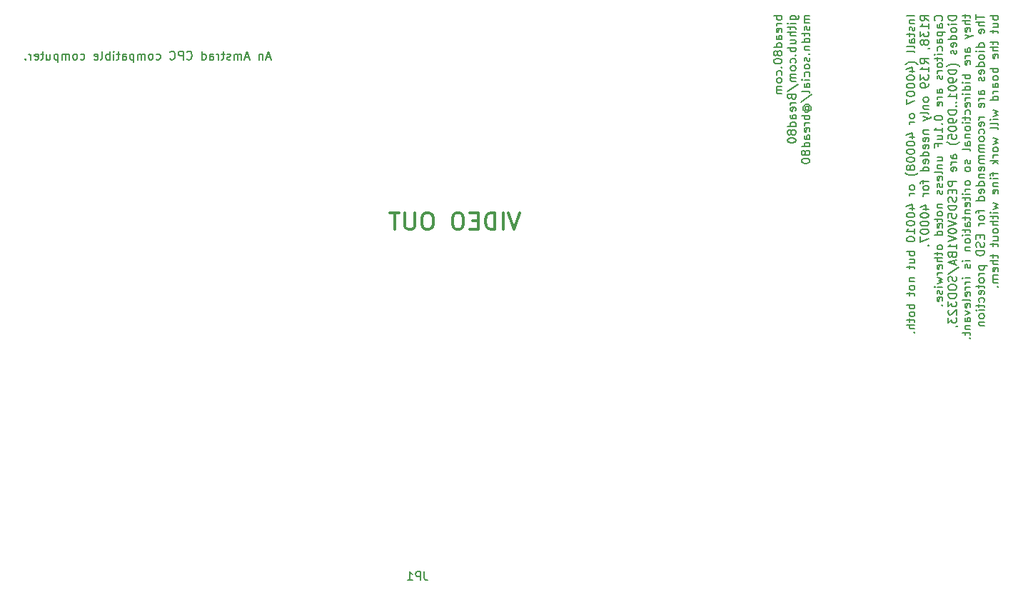
<source format=gbo>
G04 #@! TF.GenerationSoftware,KiCad,Pcbnew,(5.1.12)-1*
G04 #@! TF.CreationDate,2025-01-21T15:36:47+00:00*
G04 #@! TF.ProjectId,CPCVideo,43504356-6964-4656-9f2e-6b696361645f,rev?*
G04 #@! TF.SameCoordinates,Original*
G04 #@! TF.FileFunction,Legend,Bot*
G04 #@! TF.FilePolarity,Positive*
%FSLAX46Y46*%
G04 Gerber Fmt 4.6, Leading zero omitted, Abs format (unit mm)*
G04 Created by KiCad (PCBNEW (5.1.12)-1) date 2025-01-21 15:36:47*
%MOMM*%
%LPD*%
G01*
G04 APERTURE LIST*
%ADD10C,0.150000*%
%ADD11C,0.300000*%
G04 APERTURE END LIST*
D10*
X217117380Y-108285595D02*
X216117380Y-108285595D01*
X216450714Y-108761785D02*
X217117380Y-108761785D01*
X216545952Y-108761785D02*
X216498333Y-108809404D01*
X216450714Y-108904642D01*
X216450714Y-109047500D01*
X216498333Y-109142738D01*
X216593571Y-109190357D01*
X217117380Y-109190357D01*
X217069761Y-109618928D02*
X217117380Y-109714166D01*
X217117380Y-109904642D01*
X217069761Y-109999880D01*
X216974523Y-110047500D01*
X216926904Y-110047500D01*
X216831666Y-109999880D01*
X216784047Y-109904642D01*
X216784047Y-109761785D01*
X216736428Y-109666547D01*
X216641190Y-109618928D01*
X216593571Y-109618928D01*
X216498333Y-109666547D01*
X216450714Y-109761785D01*
X216450714Y-109904642D01*
X216498333Y-109999880D01*
X216450714Y-110333214D02*
X216450714Y-110714166D01*
X216117380Y-110476071D02*
X216974523Y-110476071D01*
X217069761Y-110523690D01*
X217117380Y-110618928D01*
X217117380Y-110714166D01*
X217117380Y-111476071D02*
X216593571Y-111476071D01*
X216498333Y-111428452D01*
X216450714Y-111333214D01*
X216450714Y-111142738D01*
X216498333Y-111047500D01*
X217069761Y-111476071D02*
X217117380Y-111380833D01*
X217117380Y-111142738D01*
X217069761Y-111047500D01*
X216974523Y-110999880D01*
X216879285Y-110999880D01*
X216784047Y-111047500D01*
X216736428Y-111142738D01*
X216736428Y-111380833D01*
X216688809Y-111476071D01*
X217117380Y-112095119D02*
X217069761Y-111999880D01*
X216974523Y-111952261D01*
X216117380Y-111952261D01*
X217117380Y-112618928D02*
X217069761Y-112523690D01*
X216974523Y-112476071D01*
X216117380Y-112476071D01*
X217498333Y-114047500D02*
X217450714Y-113999880D01*
X217307857Y-113904642D01*
X217212619Y-113857023D01*
X217069761Y-113809404D01*
X216831666Y-113761785D01*
X216641190Y-113761785D01*
X216403095Y-113809404D01*
X216260238Y-113857023D01*
X216165000Y-113904642D01*
X216022142Y-113999880D01*
X215974523Y-114047500D01*
X216450714Y-114857023D02*
X217117380Y-114857023D01*
X216069761Y-114618928D02*
X216784047Y-114380833D01*
X216784047Y-114999880D01*
X216117380Y-115571309D02*
X216117380Y-115666547D01*
X216165000Y-115761785D01*
X216212619Y-115809404D01*
X216307857Y-115857023D01*
X216498333Y-115904642D01*
X216736428Y-115904642D01*
X216926904Y-115857023D01*
X217022142Y-115809404D01*
X217069761Y-115761785D01*
X217117380Y-115666547D01*
X217117380Y-115571309D01*
X217069761Y-115476071D01*
X217022142Y-115428452D01*
X216926904Y-115380833D01*
X216736428Y-115333214D01*
X216498333Y-115333214D01*
X216307857Y-115380833D01*
X216212619Y-115428452D01*
X216165000Y-115476071D01*
X216117380Y-115571309D01*
X216117380Y-116523690D02*
X216117380Y-116618928D01*
X216165000Y-116714166D01*
X216212619Y-116761785D01*
X216307857Y-116809404D01*
X216498333Y-116857023D01*
X216736428Y-116857023D01*
X216926904Y-116809404D01*
X217022142Y-116761785D01*
X217069761Y-116714166D01*
X217117380Y-116618928D01*
X217117380Y-116523690D01*
X217069761Y-116428452D01*
X217022142Y-116380833D01*
X216926904Y-116333214D01*
X216736428Y-116285595D01*
X216498333Y-116285595D01*
X216307857Y-116333214D01*
X216212619Y-116380833D01*
X216165000Y-116428452D01*
X216117380Y-116523690D01*
X216117380Y-117476071D02*
X216117380Y-117571309D01*
X216165000Y-117666547D01*
X216212619Y-117714166D01*
X216307857Y-117761785D01*
X216498333Y-117809404D01*
X216736428Y-117809404D01*
X216926904Y-117761785D01*
X217022142Y-117714166D01*
X217069761Y-117666547D01*
X217117380Y-117571309D01*
X217117380Y-117476071D01*
X217069761Y-117380833D01*
X217022142Y-117333214D01*
X216926904Y-117285595D01*
X216736428Y-117237976D01*
X216498333Y-117237976D01*
X216307857Y-117285595D01*
X216212619Y-117333214D01*
X216165000Y-117380833D01*
X216117380Y-117476071D01*
X216117380Y-118142738D02*
X216117380Y-118809404D01*
X217117380Y-118380833D01*
X217117380Y-120095119D02*
X217069761Y-119999880D01*
X217022142Y-119952261D01*
X216926904Y-119904642D01*
X216641190Y-119904642D01*
X216545952Y-119952261D01*
X216498333Y-119999880D01*
X216450714Y-120095119D01*
X216450714Y-120237976D01*
X216498333Y-120333214D01*
X216545952Y-120380833D01*
X216641190Y-120428452D01*
X216926904Y-120428452D01*
X217022142Y-120380833D01*
X217069761Y-120333214D01*
X217117380Y-120237976D01*
X217117380Y-120095119D01*
X217117380Y-120857023D02*
X216450714Y-120857023D01*
X216641190Y-120857023D02*
X216545952Y-120904642D01*
X216498333Y-120952261D01*
X216450714Y-121047500D01*
X216450714Y-121142738D01*
X216450714Y-122666547D02*
X217117380Y-122666547D01*
X216069761Y-122428452D02*
X216784047Y-122190357D01*
X216784047Y-122809404D01*
X216117380Y-123380833D02*
X216117380Y-123476071D01*
X216165000Y-123571309D01*
X216212619Y-123618928D01*
X216307857Y-123666547D01*
X216498333Y-123714166D01*
X216736428Y-123714166D01*
X216926904Y-123666547D01*
X217022142Y-123618928D01*
X217069761Y-123571309D01*
X217117380Y-123476071D01*
X217117380Y-123380833D01*
X217069761Y-123285595D01*
X217022142Y-123237976D01*
X216926904Y-123190357D01*
X216736428Y-123142738D01*
X216498333Y-123142738D01*
X216307857Y-123190357D01*
X216212619Y-123237976D01*
X216165000Y-123285595D01*
X216117380Y-123380833D01*
X216117380Y-124333214D02*
X216117380Y-124428452D01*
X216165000Y-124523690D01*
X216212619Y-124571309D01*
X216307857Y-124618928D01*
X216498333Y-124666547D01*
X216736428Y-124666547D01*
X216926904Y-124618928D01*
X217022142Y-124571309D01*
X217069761Y-124523690D01*
X217117380Y-124428452D01*
X217117380Y-124333214D01*
X217069761Y-124237976D01*
X217022142Y-124190357D01*
X216926904Y-124142738D01*
X216736428Y-124095119D01*
X216498333Y-124095119D01*
X216307857Y-124142738D01*
X216212619Y-124190357D01*
X216165000Y-124237976D01*
X216117380Y-124333214D01*
X216117380Y-125285595D02*
X216117380Y-125380833D01*
X216165000Y-125476071D01*
X216212619Y-125523690D01*
X216307857Y-125571309D01*
X216498333Y-125618928D01*
X216736428Y-125618928D01*
X216926904Y-125571309D01*
X217022142Y-125523690D01*
X217069761Y-125476071D01*
X217117380Y-125380833D01*
X217117380Y-125285595D01*
X217069761Y-125190357D01*
X217022142Y-125142738D01*
X216926904Y-125095119D01*
X216736428Y-125047500D01*
X216498333Y-125047500D01*
X216307857Y-125095119D01*
X216212619Y-125142738D01*
X216165000Y-125190357D01*
X216117380Y-125285595D01*
X216545952Y-126190357D02*
X216498333Y-126095119D01*
X216450714Y-126047500D01*
X216355476Y-125999880D01*
X216307857Y-125999880D01*
X216212619Y-126047500D01*
X216165000Y-126095119D01*
X216117380Y-126190357D01*
X216117380Y-126380833D01*
X216165000Y-126476071D01*
X216212619Y-126523690D01*
X216307857Y-126571309D01*
X216355476Y-126571309D01*
X216450714Y-126523690D01*
X216498333Y-126476071D01*
X216545952Y-126380833D01*
X216545952Y-126190357D01*
X216593571Y-126095119D01*
X216641190Y-126047500D01*
X216736428Y-125999880D01*
X216926904Y-125999880D01*
X217022142Y-126047500D01*
X217069761Y-126095119D01*
X217117380Y-126190357D01*
X217117380Y-126380833D01*
X217069761Y-126476071D01*
X217022142Y-126523690D01*
X216926904Y-126571309D01*
X216736428Y-126571309D01*
X216641190Y-126523690D01*
X216593571Y-126476071D01*
X216545952Y-126380833D01*
X217498333Y-126904642D02*
X217450714Y-126952261D01*
X217307857Y-127047500D01*
X217212619Y-127095119D01*
X217069761Y-127142738D01*
X216831666Y-127190357D01*
X216641190Y-127190357D01*
X216403095Y-127142738D01*
X216260238Y-127095119D01*
X216165000Y-127047500D01*
X216022142Y-126952261D01*
X215974523Y-126904642D01*
X217117380Y-128571309D02*
X217069761Y-128476071D01*
X217022142Y-128428452D01*
X216926904Y-128380833D01*
X216641190Y-128380833D01*
X216545952Y-128428452D01*
X216498333Y-128476071D01*
X216450714Y-128571309D01*
X216450714Y-128714166D01*
X216498333Y-128809404D01*
X216545952Y-128857023D01*
X216641190Y-128904642D01*
X216926904Y-128904642D01*
X217022142Y-128857023D01*
X217069761Y-128809404D01*
X217117380Y-128714166D01*
X217117380Y-128571309D01*
X217117380Y-129333214D02*
X216450714Y-129333214D01*
X216641190Y-129333214D02*
X216545952Y-129380833D01*
X216498333Y-129428452D01*
X216450714Y-129523690D01*
X216450714Y-129618928D01*
X216450714Y-131142738D02*
X217117380Y-131142738D01*
X216069761Y-130904642D02*
X216784047Y-130666547D01*
X216784047Y-131285595D01*
X216117380Y-131857023D02*
X216117380Y-131952261D01*
X216165000Y-132047499D01*
X216212619Y-132095119D01*
X216307857Y-132142738D01*
X216498333Y-132190357D01*
X216736428Y-132190357D01*
X216926904Y-132142738D01*
X217022142Y-132095119D01*
X217069761Y-132047499D01*
X217117380Y-131952261D01*
X217117380Y-131857023D01*
X217069761Y-131761785D01*
X217022142Y-131714166D01*
X216926904Y-131666547D01*
X216736428Y-131618928D01*
X216498333Y-131618928D01*
X216307857Y-131666547D01*
X216212619Y-131714166D01*
X216165000Y-131761785D01*
X216117380Y-131857023D01*
X216117380Y-132809404D02*
X216117380Y-132904642D01*
X216165000Y-132999880D01*
X216212619Y-133047499D01*
X216307857Y-133095119D01*
X216498333Y-133142738D01*
X216736428Y-133142738D01*
X216926904Y-133095119D01*
X217022142Y-133047499D01*
X217069761Y-132999880D01*
X217117380Y-132904642D01*
X217117380Y-132809404D01*
X217069761Y-132714166D01*
X217022142Y-132666547D01*
X216926904Y-132618928D01*
X216736428Y-132571309D01*
X216498333Y-132571309D01*
X216307857Y-132618928D01*
X216212619Y-132666547D01*
X216165000Y-132714166D01*
X216117380Y-132809404D01*
X217117380Y-134095119D02*
X217117380Y-133523690D01*
X217117380Y-133809404D02*
X216117380Y-133809404D01*
X216260238Y-133714166D01*
X216355476Y-133618928D01*
X216403095Y-133523690D01*
X216117380Y-134714166D02*
X216117380Y-134809404D01*
X216165000Y-134904642D01*
X216212619Y-134952261D01*
X216307857Y-134999880D01*
X216498333Y-135047499D01*
X216736428Y-135047499D01*
X216926904Y-134999880D01*
X217022142Y-134952261D01*
X217069761Y-134904642D01*
X217117380Y-134809404D01*
X217117380Y-134714166D01*
X217069761Y-134618928D01*
X217022142Y-134571309D01*
X216926904Y-134523690D01*
X216736428Y-134476071D01*
X216498333Y-134476071D01*
X216307857Y-134523690D01*
X216212619Y-134571309D01*
X216165000Y-134618928D01*
X216117380Y-134714166D01*
X217117380Y-136237976D02*
X216117380Y-136237976D01*
X216498333Y-136237976D02*
X216450714Y-136333214D01*
X216450714Y-136523690D01*
X216498333Y-136618928D01*
X216545952Y-136666547D01*
X216641190Y-136714166D01*
X216926904Y-136714166D01*
X217022142Y-136666547D01*
X217069761Y-136618928D01*
X217117380Y-136523690D01*
X217117380Y-136333214D01*
X217069761Y-136237976D01*
X216450714Y-137571309D02*
X217117380Y-137571309D01*
X216450714Y-137142738D02*
X216974523Y-137142738D01*
X217069761Y-137190357D01*
X217117380Y-137285595D01*
X217117380Y-137428452D01*
X217069761Y-137523690D01*
X217022142Y-137571309D01*
X216450714Y-137904642D02*
X216450714Y-138285595D01*
X216117380Y-138047499D02*
X216974523Y-138047499D01*
X217069761Y-138095119D01*
X217117380Y-138190357D01*
X217117380Y-138285595D01*
X216450714Y-139380833D02*
X217117380Y-139380833D01*
X216545952Y-139380833D02*
X216498333Y-139428452D01*
X216450714Y-139523690D01*
X216450714Y-139666547D01*
X216498333Y-139761785D01*
X216593571Y-139809404D01*
X217117380Y-139809404D01*
X217117380Y-140428452D02*
X217069761Y-140333214D01*
X217022142Y-140285595D01*
X216926904Y-140237976D01*
X216641190Y-140237976D01*
X216545952Y-140285595D01*
X216498333Y-140333214D01*
X216450714Y-140428452D01*
X216450714Y-140571309D01*
X216498333Y-140666547D01*
X216545952Y-140714166D01*
X216641190Y-140761785D01*
X216926904Y-140761785D01*
X217022142Y-140714166D01*
X217069761Y-140666547D01*
X217117380Y-140571309D01*
X217117380Y-140428452D01*
X216450714Y-141047499D02*
X216450714Y-141428452D01*
X216117380Y-141190357D02*
X216974523Y-141190357D01*
X217069761Y-141237976D01*
X217117380Y-141333214D01*
X217117380Y-141428452D01*
X217117380Y-142523690D02*
X216117380Y-142523690D01*
X216498333Y-142523690D02*
X216450714Y-142618928D01*
X216450714Y-142809404D01*
X216498333Y-142904642D01*
X216545952Y-142952261D01*
X216641190Y-142999880D01*
X216926904Y-142999880D01*
X217022142Y-142952261D01*
X217069761Y-142904642D01*
X217117380Y-142809404D01*
X217117380Y-142618928D01*
X217069761Y-142523690D01*
X217117380Y-143571309D02*
X217069761Y-143476071D01*
X217022142Y-143428452D01*
X216926904Y-143380833D01*
X216641190Y-143380833D01*
X216545952Y-143428452D01*
X216498333Y-143476071D01*
X216450714Y-143571309D01*
X216450714Y-143714166D01*
X216498333Y-143809404D01*
X216545952Y-143857023D01*
X216641190Y-143904642D01*
X216926904Y-143904642D01*
X217022142Y-143857023D01*
X217069761Y-143809404D01*
X217117380Y-143714166D01*
X217117380Y-143571309D01*
X216450714Y-144190357D02*
X216450714Y-144571309D01*
X216117380Y-144333214D02*
X216974523Y-144333214D01*
X217069761Y-144380833D01*
X217117380Y-144476071D01*
X217117380Y-144571309D01*
X217117380Y-144904642D02*
X216117380Y-144904642D01*
X217117380Y-145333214D02*
X216593571Y-145333214D01*
X216498333Y-145285595D01*
X216450714Y-145190357D01*
X216450714Y-145047499D01*
X216498333Y-144952261D01*
X216545952Y-144904642D01*
X217022142Y-145809404D02*
X217069761Y-145857023D01*
X217117380Y-145809404D01*
X217069761Y-145761785D01*
X217022142Y-145809404D01*
X217117380Y-145809404D01*
X218767380Y-108857023D02*
X218291190Y-108523690D01*
X218767380Y-108285595D02*
X217767380Y-108285595D01*
X217767380Y-108666547D01*
X217815000Y-108761785D01*
X217862619Y-108809404D01*
X217957857Y-108857023D01*
X218100714Y-108857023D01*
X218195952Y-108809404D01*
X218243571Y-108761785D01*
X218291190Y-108666547D01*
X218291190Y-108285595D01*
X218767380Y-109809404D02*
X218767380Y-109237976D01*
X218767380Y-109523690D02*
X217767380Y-109523690D01*
X217910238Y-109428452D01*
X218005476Y-109333214D01*
X218053095Y-109237976D01*
X217767380Y-110142738D02*
X217767380Y-110761785D01*
X218148333Y-110428452D01*
X218148333Y-110571309D01*
X218195952Y-110666547D01*
X218243571Y-110714166D01*
X218338809Y-110761785D01*
X218576904Y-110761785D01*
X218672142Y-110714166D01*
X218719761Y-110666547D01*
X218767380Y-110571309D01*
X218767380Y-110285595D01*
X218719761Y-110190357D01*
X218672142Y-110142738D01*
X218195952Y-111333214D02*
X218148333Y-111237976D01*
X218100714Y-111190357D01*
X218005476Y-111142738D01*
X217957857Y-111142738D01*
X217862619Y-111190357D01*
X217815000Y-111237976D01*
X217767380Y-111333214D01*
X217767380Y-111523690D01*
X217815000Y-111618928D01*
X217862619Y-111666547D01*
X217957857Y-111714166D01*
X218005476Y-111714166D01*
X218100714Y-111666547D01*
X218148333Y-111618928D01*
X218195952Y-111523690D01*
X218195952Y-111333214D01*
X218243571Y-111237976D01*
X218291190Y-111190357D01*
X218386428Y-111142738D01*
X218576904Y-111142738D01*
X218672142Y-111190357D01*
X218719761Y-111237976D01*
X218767380Y-111333214D01*
X218767380Y-111523690D01*
X218719761Y-111618928D01*
X218672142Y-111666547D01*
X218576904Y-111714166D01*
X218386428Y-111714166D01*
X218291190Y-111666547D01*
X218243571Y-111618928D01*
X218195952Y-111523690D01*
X218719761Y-112190357D02*
X218767380Y-112190357D01*
X218862619Y-112142738D01*
X218910238Y-112095119D01*
X218767380Y-113952261D02*
X218291190Y-113618928D01*
X218767380Y-113380833D02*
X217767380Y-113380833D01*
X217767380Y-113761785D01*
X217815000Y-113857023D01*
X217862619Y-113904642D01*
X217957857Y-113952261D01*
X218100714Y-113952261D01*
X218195952Y-113904642D01*
X218243571Y-113857023D01*
X218291190Y-113761785D01*
X218291190Y-113380833D01*
X218767380Y-114904642D02*
X218767380Y-114333214D01*
X218767380Y-114618928D02*
X217767380Y-114618928D01*
X217910238Y-114523690D01*
X218005476Y-114428452D01*
X218053095Y-114333214D01*
X217767380Y-115237976D02*
X217767380Y-115857023D01*
X218148333Y-115523690D01*
X218148333Y-115666547D01*
X218195952Y-115761785D01*
X218243571Y-115809404D01*
X218338809Y-115857023D01*
X218576904Y-115857023D01*
X218672142Y-115809404D01*
X218719761Y-115761785D01*
X218767380Y-115666547D01*
X218767380Y-115380833D01*
X218719761Y-115285595D01*
X218672142Y-115237976D01*
X218767380Y-116333214D02*
X218767380Y-116523690D01*
X218719761Y-116618928D01*
X218672142Y-116666547D01*
X218529285Y-116761785D01*
X218338809Y-116809404D01*
X217957857Y-116809404D01*
X217862619Y-116761785D01*
X217815000Y-116714166D01*
X217767380Y-116618928D01*
X217767380Y-116428452D01*
X217815000Y-116333214D01*
X217862619Y-116285595D01*
X217957857Y-116237976D01*
X218195952Y-116237976D01*
X218291190Y-116285595D01*
X218338809Y-116333214D01*
X218386428Y-116428452D01*
X218386428Y-116618928D01*
X218338809Y-116714166D01*
X218291190Y-116761785D01*
X218195952Y-116809404D01*
X218767380Y-118142738D02*
X218719761Y-118047500D01*
X218672142Y-117999880D01*
X218576904Y-117952261D01*
X218291190Y-117952261D01*
X218195952Y-117999880D01*
X218148333Y-118047500D01*
X218100714Y-118142738D01*
X218100714Y-118285595D01*
X218148333Y-118380833D01*
X218195952Y-118428452D01*
X218291190Y-118476071D01*
X218576904Y-118476071D01*
X218672142Y-118428452D01*
X218719761Y-118380833D01*
X218767380Y-118285595D01*
X218767380Y-118142738D01*
X218100714Y-118904642D02*
X218767380Y-118904642D01*
X218195952Y-118904642D02*
X218148333Y-118952261D01*
X218100714Y-119047500D01*
X218100714Y-119190357D01*
X218148333Y-119285595D01*
X218243571Y-119333214D01*
X218767380Y-119333214D01*
X218767380Y-119952261D02*
X218719761Y-119857023D01*
X218624523Y-119809404D01*
X217767380Y-119809404D01*
X218100714Y-120237976D02*
X218767380Y-120476071D01*
X218100714Y-120714166D02*
X218767380Y-120476071D01*
X219005476Y-120380833D01*
X219053095Y-120333214D01*
X219100714Y-120237976D01*
X218100714Y-121857023D02*
X218767380Y-121857023D01*
X218195952Y-121857023D02*
X218148333Y-121904642D01*
X218100714Y-121999880D01*
X218100714Y-122142738D01*
X218148333Y-122237976D01*
X218243571Y-122285595D01*
X218767380Y-122285595D01*
X218719761Y-123142738D02*
X218767380Y-123047500D01*
X218767380Y-122857023D01*
X218719761Y-122761785D01*
X218624523Y-122714166D01*
X218243571Y-122714166D01*
X218148333Y-122761785D01*
X218100714Y-122857023D01*
X218100714Y-123047500D01*
X218148333Y-123142738D01*
X218243571Y-123190357D01*
X218338809Y-123190357D01*
X218434047Y-122714166D01*
X218719761Y-123999880D02*
X218767380Y-123904642D01*
X218767380Y-123714166D01*
X218719761Y-123618928D01*
X218624523Y-123571309D01*
X218243571Y-123571309D01*
X218148333Y-123618928D01*
X218100714Y-123714166D01*
X218100714Y-123904642D01*
X218148333Y-123999880D01*
X218243571Y-124047500D01*
X218338809Y-124047500D01*
X218434047Y-123571309D01*
X218767380Y-124904642D02*
X217767380Y-124904642D01*
X218719761Y-124904642D02*
X218767380Y-124809404D01*
X218767380Y-124618928D01*
X218719761Y-124523690D01*
X218672142Y-124476071D01*
X218576904Y-124428452D01*
X218291190Y-124428452D01*
X218195952Y-124476071D01*
X218148333Y-124523690D01*
X218100714Y-124618928D01*
X218100714Y-124809404D01*
X218148333Y-124904642D01*
X218719761Y-125761785D02*
X218767380Y-125666547D01*
X218767380Y-125476071D01*
X218719761Y-125380833D01*
X218624523Y-125333214D01*
X218243571Y-125333214D01*
X218148333Y-125380833D01*
X218100714Y-125476071D01*
X218100714Y-125666547D01*
X218148333Y-125761785D01*
X218243571Y-125809404D01*
X218338809Y-125809404D01*
X218434047Y-125333214D01*
X218767380Y-126666547D02*
X217767380Y-126666547D01*
X218719761Y-126666547D02*
X218767380Y-126571309D01*
X218767380Y-126380833D01*
X218719761Y-126285595D01*
X218672142Y-126237976D01*
X218576904Y-126190357D01*
X218291190Y-126190357D01*
X218195952Y-126237976D01*
X218148333Y-126285595D01*
X218100714Y-126380833D01*
X218100714Y-126571309D01*
X218148333Y-126666547D01*
X218100714Y-127761785D02*
X218100714Y-128142738D01*
X218767380Y-127904642D02*
X217910238Y-127904642D01*
X217815000Y-127952261D01*
X217767380Y-128047500D01*
X217767380Y-128142738D01*
X218767380Y-128618928D02*
X218719761Y-128523690D01*
X218672142Y-128476071D01*
X218576904Y-128428452D01*
X218291190Y-128428452D01*
X218195952Y-128476071D01*
X218148333Y-128523690D01*
X218100714Y-128618928D01*
X218100714Y-128761785D01*
X218148333Y-128857023D01*
X218195952Y-128904642D01*
X218291190Y-128952261D01*
X218576904Y-128952261D01*
X218672142Y-128904642D01*
X218719761Y-128857023D01*
X218767380Y-128761785D01*
X218767380Y-128618928D01*
X218767380Y-129380833D02*
X218100714Y-129380833D01*
X218291190Y-129380833D02*
X218195952Y-129428452D01*
X218148333Y-129476071D01*
X218100714Y-129571309D01*
X218100714Y-129666547D01*
X218100714Y-131190357D02*
X218767380Y-131190357D01*
X217719761Y-130952261D02*
X218434047Y-130714166D01*
X218434047Y-131333214D01*
X217767380Y-131904642D02*
X217767380Y-131999880D01*
X217815000Y-132095119D01*
X217862619Y-132142738D01*
X217957857Y-132190357D01*
X218148333Y-132237976D01*
X218386428Y-132237976D01*
X218576904Y-132190357D01*
X218672142Y-132142738D01*
X218719761Y-132095119D01*
X218767380Y-131999880D01*
X218767380Y-131904642D01*
X218719761Y-131809404D01*
X218672142Y-131761785D01*
X218576904Y-131714166D01*
X218386428Y-131666547D01*
X218148333Y-131666547D01*
X217957857Y-131714166D01*
X217862619Y-131761785D01*
X217815000Y-131809404D01*
X217767380Y-131904642D01*
X217767380Y-132857023D02*
X217767380Y-132952261D01*
X217815000Y-133047500D01*
X217862619Y-133095119D01*
X217957857Y-133142738D01*
X218148333Y-133190357D01*
X218386428Y-133190357D01*
X218576904Y-133142738D01*
X218672142Y-133095119D01*
X218719761Y-133047500D01*
X218767380Y-132952261D01*
X218767380Y-132857023D01*
X218719761Y-132761785D01*
X218672142Y-132714166D01*
X218576904Y-132666547D01*
X218386428Y-132618928D01*
X218148333Y-132618928D01*
X217957857Y-132666547D01*
X217862619Y-132714166D01*
X217815000Y-132761785D01*
X217767380Y-132857023D01*
X217767380Y-133809404D02*
X217767380Y-133904642D01*
X217815000Y-133999880D01*
X217862619Y-134047500D01*
X217957857Y-134095119D01*
X218148333Y-134142738D01*
X218386428Y-134142738D01*
X218576904Y-134095119D01*
X218672142Y-134047500D01*
X218719761Y-133999880D01*
X218767380Y-133904642D01*
X218767380Y-133809404D01*
X218719761Y-133714166D01*
X218672142Y-133666547D01*
X218576904Y-133618928D01*
X218386428Y-133571309D01*
X218148333Y-133571309D01*
X217957857Y-133618928D01*
X217862619Y-133666547D01*
X217815000Y-133714166D01*
X217767380Y-133809404D01*
X217767380Y-134476071D02*
X217767380Y-135142738D01*
X218767380Y-134714166D01*
X218672142Y-135523690D02*
X218719761Y-135571309D01*
X218767380Y-135523690D01*
X218719761Y-135476071D01*
X218672142Y-135523690D01*
X218767380Y-135523690D01*
X220322142Y-108857023D02*
X220369761Y-108809404D01*
X220417380Y-108666547D01*
X220417380Y-108571309D01*
X220369761Y-108428452D01*
X220274523Y-108333214D01*
X220179285Y-108285595D01*
X219988809Y-108237976D01*
X219845952Y-108237976D01*
X219655476Y-108285595D01*
X219560238Y-108333214D01*
X219465000Y-108428452D01*
X219417380Y-108571309D01*
X219417380Y-108666547D01*
X219465000Y-108809404D01*
X219512619Y-108857023D01*
X220417380Y-109714166D02*
X219893571Y-109714166D01*
X219798333Y-109666547D01*
X219750714Y-109571309D01*
X219750714Y-109380833D01*
X219798333Y-109285595D01*
X220369761Y-109714166D02*
X220417380Y-109618928D01*
X220417380Y-109380833D01*
X220369761Y-109285595D01*
X220274523Y-109237976D01*
X220179285Y-109237976D01*
X220084047Y-109285595D01*
X220036428Y-109380833D01*
X220036428Y-109618928D01*
X219988809Y-109714166D01*
X219750714Y-110190357D02*
X220750714Y-110190357D01*
X219798333Y-110190357D02*
X219750714Y-110285595D01*
X219750714Y-110476071D01*
X219798333Y-110571309D01*
X219845952Y-110618928D01*
X219941190Y-110666547D01*
X220226904Y-110666547D01*
X220322142Y-110618928D01*
X220369761Y-110571309D01*
X220417380Y-110476071D01*
X220417380Y-110285595D01*
X220369761Y-110190357D01*
X220417380Y-111523690D02*
X219893571Y-111523690D01*
X219798333Y-111476071D01*
X219750714Y-111380833D01*
X219750714Y-111190357D01*
X219798333Y-111095119D01*
X220369761Y-111523690D02*
X220417380Y-111428452D01*
X220417380Y-111190357D01*
X220369761Y-111095119D01*
X220274523Y-111047500D01*
X220179285Y-111047500D01*
X220084047Y-111095119D01*
X220036428Y-111190357D01*
X220036428Y-111428452D01*
X219988809Y-111523690D01*
X220369761Y-112428452D02*
X220417380Y-112333214D01*
X220417380Y-112142738D01*
X220369761Y-112047500D01*
X220322142Y-111999880D01*
X220226904Y-111952261D01*
X219941190Y-111952261D01*
X219845952Y-111999880D01*
X219798333Y-112047500D01*
X219750714Y-112142738D01*
X219750714Y-112333214D01*
X219798333Y-112428452D01*
X220417380Y-112857023D02*
X219750714Y-112857023D01*
X219417380Y-112857023D02*
X219465000Y-112809404D01*
X219512619Y-112857023D01*
X219465000Y-112904642D01*
X219417380Y-112857023D01*
X219512619Y-112857023D01*
X219750714Y-113190357D02*
X219750714Y-113571309D01*
X219417380Y-113333214D02*
X220274523Y-113333214D01*
X220369761Y-113380833D01*
X220417380Y-113476071D01*
X220417380Y-113571309D01*
X220417380Y-114047500D02*
X220369761Y-113952261D01*
X220322142Y-113904642D01*
X220226904Y-113857023D01*
X219941190Y-113857023D01*
X219845952Y-113904642D01*
X219798333Y-113952261D01*
X219750714Y-114047500D01*
X219750714Y-114190357D01*
X219798333Y-114285595D01*
X219845952Y-114333214D01*
X219941190Y-114380833D01*
X220226904Y-114380833D01*
X220322142Y-114333214D01*
X220369761Y-114285595D01*
X220417380Y-114190357D01*
X220417380Y-114047500D01*
X220417380Y-114809404D02*
X219750714Y-114809404D01*
X219941190Y-114809404D02*
X219845952Y-114857023D01*
X219798333Y-114904642D01*
X219750714Y-114999880D01*
X219750714Y-115095119D01*
X220369761Y-115380833D02*
X220417380Y-115476071D01*
X220417380Y-115666547D01*
X220369761Y-115761785D01*
X220274523Y-115809404D01*
X220226904Y-115809404D01*
X220131666Y-115761785D01*
X220084047Y-115666547D01*
X220084047Y-115523690D01*
X220036428Y-115428452D01*
X219941190Y-115380833D01*
X219893571Y-115380833D01*
X219798333Y-115428452D01*
X219750714Y-115523690D01*
X219750714Y-115666547D01*
X219798333Y-115761785D01*
X220417380Y-117428452D02*
X219893571Y-117428452D01*
X219798333Y-117380833D01*
X219750714Y-117285595D01*
X219750714Y-117095119D01*
X219798333Y-116999880D01*
X220369761Y-117428452D02*
X220417380Y-117333214D01*
X220417380Y-117095119D01*
X220369761Y-116999880D01*
X220274523Y-116952261D01*
X220179285Y-116952261D01*
X220084047Y-116999880D01*
X220036428Y-117095119D01*
X220036428Y-117333214D01*
X219988809Y-117428452D01*
X220417380Y-117904642D02*
X219750714Y-117904642D01*
X219941190Y-117904642D02*
X219845952Y-117952261D01*
X219798333Y-117999880D01*
X219750714Y-118095119D01*
X219750714Y-118190357D01*
X220369761Y-118904642D02*
X220417380Y-118809404D01*
X220417380Y-118618928D01*
X220369761Y-118523690D01*
X220274523Y-118476071D01*
X219893571Y-118476071D01*
X219798333Y-118523690D01*
X219750714Y-118618928D01*
X219750714Y-118809404D01*
X219798333Y-118904642D01*
X219893571Y-118952261D01*
X219988809Y-118952261D01*
X220084047Y-118476071D01*
X219417380Y-120333214D02*
X219417380Y-120428452D01*
X219465000Y-120523690D01*
X219512619Y-120571309D01*
X219607857Y-120618928D01*
X219798333Y-120666547D01*
X220036428Y-120666547D01*
X220226904Y-120618928D01*
X220322142Y-120571309D01*
X220369761Y-120523690D01*
X220417380Y-120428452D01*
X220417380Y-120333214D01*
X220369761Y-120237976D01*
X220322142Y-120190357D01*
X220226904Y-120142738D01*
X220036428Y-120095119D01*
X219798333Y-120095119D01*
X219607857Y-120142738D01*
X219512619Y-120190357D01*
X219465000Y-120237976D01*
X219417380Y-120333214D01*
X220322142Y-121095119D02*
X220369761Y-121142738D01*
X220417380Y-121095119D01*
X220369761Y-121047500D01*
X220322142Y-121095119D01*
X220417380Y-121095119D01*
X220417380Y-122095119D02*
X220417380Y-121523690D01*
X220417380Y-121809404D02*
X219417380Y-121809404D01*
X219560238Y-121714166D01*
X219655476Y-121618928D01*
X219703095Y-121523690D01*
X219750714Y-122952261D02*
X220417380Y-122952261D01*
X219750714Y-122523690D02*
X220274523Y-122523690D01*
X220369761Y-122571309D01*
X220417380Y-122666547D01*
X220417380Y-122809404D01*
X220369761Y-122904642D01*
X220322142Y-122952261D01*
X219893571Y-123761785D02*
X219893571Y-123428452D01*
X220417380Y-123428452D02*
X219417380Y-123428452D01*
X219417380Y-123904642D01*
X219750714Y-125476071D02*
X220417380Y-125476071D01*
X219750714Y-125047500D02*
X220274523Y-125047500D01*
X220369761Y-125095119D01*
X220417380Y-125190357D01*
X220417380Y-125333214D01*
X220369761Y-125428452D01*
X220322142Y-125476071D01*
X219750714Y-125952261D02*
X220417380Y-125952261D01*
X219845952Y-125952261D02*
X219798333Y-125999880D01*
X219750714Y-126095119D01*
X219750714Y-126237976D01*
X219798333Y-126333214D01*
X219893571Y-126380833D01*
X220417380Y-126380833D01*
X220417380Y-126999880D02*
X220369761Y-126904642D01*
X220274523Y-126857023D01*
X219417380Y-126857023D01*
X220369761Y-127761785D02*
X220417380Y-127666547D01*
X220417380Y-127476071D01*
X220369761Y-127380833D01*
X220274523Y-127333214D01*
X219893571Y-127333214D01*
X219798333Y-127380833D01*
X219750714Y-127476071D01*
X219750714Y-127666547D01*
X219798333Y-127761785D01*
X219893571Y-127809404D01*
X219988809Y-127809404D01*
X220084047Y-127333214D01*
X220369761Y-128190357D02*
X220417380Y-128285595D01*
X220417380Y-128476071D01*
X220369761Y-128571309D01*
X220274523Y-128618928D01*
X220226904Y-128618928D01*
X220131666Y-128571309D01*
X220084047Y-128476071D01*
X220084047Y-128333214D01*
X220036428Y-128237976D01*
X219941190Y-128190357D01*
X219893571Y-128190357D01*
X219798333Y-128237976D01*
X219750714Y-128333214D01*
X219750714Y-128476071D01*
X219798333Y-128571309D01*
X220369761Y-128999880D02*
X220417380Y-129095119D01*
X220417380Y-129285595D01*
X220369761Y-129380833D01*
X220274523Y-129428452D01*
X220226904Y-129428452D01*
X220131666Y-129380833D01*
X220084047Y-129285595D01*
X220084047Y-129142738D01*
X220036428Y-129047500D01*
X219941190Y-128999880D01*
X219893571Y-128999880D01*
X219798333Y-129047500D01*
X219750714Y-129142738D01*
X219750714Y-129285595D01*
X219798333Y-129380833D01*
X219750714Y-130618928D02*
X220417380Y-130618928D01*
X219845952Y-130618928D02*
X219798333Y-130666547D01*
X219750714Y-130761785D01*
X219750714Y-130904642D01*
X219798333Y-130999880D01*
X219893571Y-131047500D01*
X220417380Y-131047500D01*
X220417380Y-131666547D02*
X220369761Y-131571309D01*
X220322142Y-131523690D01*
X220226904Y-131476071D01*
X219941190Y-131476071D01*
X219845952Y-131523690D01*
X219798333Y-131571309D01*
X219750714Y-131666547D01*
X219750714Y-131809404D01*
X219798333Y-131904642D01*
X219845952Y-131952261D01*
X219941190Y-131999880D01*
X220226904Y-131999880D01*
X220322142Y-131952261D01*
X220369761Y-131904642D01*
X220417380Y-131809404D01*
X220417380Y-131666547D01*
X219750714Y-132285595D02*
X219750714Y-132666547D01*
X219417380Y-132428452D02*
X220274523Y-132428452D01*
X220369761Y-132476071D01*
X220417380Y-132571309D01*
X220417380Y-132666547D01*
X220369761Y-133380833D02*
X220417380Y-133285595D01*
X220417380Y-133095119D01*
X220369761Y-132999880D01*
X220274523Y-132952261D01*
X219893571Y-132952261D01*
X219798333Y-132999880D01*
X219750714Y-133095119D01*
X219750714Y-133285595D01*
X219798333Y-133380833D01*
X219893571Y-133428452D01*
X219988809Y-133428452D01*
X220084047Y-132952261D01*
X220417380Y-134285595D02*
X219417380Y-134285595D01*
X220369761Y-134285595D02*
X220417380Y-134190357D01*
X220417380Y-133999880D01*
X220369761Y-133904642D01*
X220322142Y-133857023D01*
X220226904Y-133809404D01*
X219941190Y-133809404D01*
X219845952Y-133857023D01*
X219798333Y-133904642D01*
X219750714Y-133999880D01*
X219750714Y-134190357D01*
X219798333Y-134285595D01*
X220417380Y-135666547D02*
X220369761Y-135571309D01*
X220322142Y-135523690D01*
X220226904Y-135476071D01*
X219941190Y-135476071D01*
X219845952Y-135523690D01*
X219798333Y-135571309D01*
X219750714Y-135666547D01*
X219750714Y-135809404D01*
X219798333Y-135904642D01*
X219845952Y-135952261D01*
X219941190Y-135999880D01*
X220226904Y-135999880D01*
X220322142Y-135952261D01*
X220369761Y-135904642D01*
X220417380Y-135809404D01*
X220417380Y-135666547D01*
X219750714Y-136285595D02*
X219750714Y-136666547D01*
X219417380Y-136428452D02*
X220274523Y-136428452D01*
X220369761Y-136476071D01*
X220417380Y-136571309D01*
X220417380Y-136666547D01*
X220417380Y-136999880D02*
X219417380Y-136999880D01*
X220417380Y-137428452D02*
X219893571Y-137428452D01*
X219798333Y-137380833D01*
X219750714Y-137285595D01*
X219750714Y-137142738D01*
X219798333Y-137047500D01*
X219845952Y-136999880D01*
X220369761Y-138285595D02*
X220417380Y-138190357D01*
X220417380Y-137999880D01*
X220369761Y-137904642D01*
X220274523Y-137857023D01*
X219893571Y-137857023D01*
X219798333Y-137904642D01*
X219750714Y-137999880D01*
X219750714Y-138190357D01*
X219798333Y-138285595D01*
X219893571Y-138333214D01*
X219988809Y-138333214D01*
X220084047Y-137857023D01*
X220417380Y-138761785D02*
X219750714Y-138761785D01*
X219941190Y-138761785D02*
X219845952Y-138809404D01*
X219798333Y-138857023D01*
X219750714Y-138952261D01*
X219750714Y-139047500D01*
X219750714Y-139285595D02*
X220417380Y-139476071D01*
X219941190Y-139666547D01*
X220417380Y-139857023D01*
X219750714Y-140047500D01*
X220417380Y-140428452D02*
X219750714Y-140428452D01*
X219417380Y-140428452D02*
X219465000Y-140380833D01*
X219512619Y-140428452D01*
X219465000Y-140476071D01*
X219417380Y-140428452D01*
X219512619Y-140428452D01*
X220369761Y-140857023D02*
X220417380Y-140952261D01*
X220417380Y-141142738D01*
X220369761Y-141237976D01*
X220274523Y-141285595D01*
X220226904Y-141285595D01*
X220131666Y-141237976D01*
X220084047Y-141142738D01*
X220084047Y-140999880D01*
X220036428Y-140904642D01*
X219941190Y-140857023D01*
X219893571Y-140857023D01*
X219798333Y-140904642D01*
X219750714Y-140999880D01*
X219750714Y-141142738D01*
X219798333Y-141237976D01*
X220369761Y-142095119D02*
X220417380Y-141999880D01*
X220417380Y-141809404D01*
X220369761Y-141714166D01*
X220274523Y-141666547D01*
X219893571Y-141666547D01*
X219798333Y-141714166D01*
X219750714Y-141809404D01*
X219750714Y-141999880D01*
X219798333Y-142095119D01*
X219893571Y-142142738D01*
X219988809Y-142142738D01*
X220084047Y-141666547D01*
X220322142Y-142571309D02*
X220369761Y-142618928D01*
X220417380Y-142571309D01*
X220369761Y-142523690D01*
X220322142Y-142571309D01*
X220417380Y-142571309D01*
X222067380Y-108285595D02*
X221067380Y-108285595D01*
X221067380Y-108523690D01*
X221115000Y-108666547D01*
X221210238Y-108761785D01*
X221305476Y-108809404D01*
X221495952Y-108857023D01*
X221638809Y-108857023D01*
X221829285Y-108809404D01*
X221924523Y-108761785D01*
X222019761Y-108666547D01*
X222067380Y-108523690D01*
X222067380Y-108285595D01*
X222067380Y-109285595D02*
X221400714Y-109285595D01*
X221067380Y-109285595D02*
X221115000Y-109237976D01*
X221162619Y-109285595D01*
X221115000Y-109333214D01*
X221067380Y-109285595D01*
X221162619Y-109285595D01*
X222067380Y-109904642D02*
X222019761Y-109809404D01*
X221972142Y-109761785D01*
X221876904Y-109714166D01*
X221591190Y-109714166D01*
X221495952Y-109761785D01*
X221448333Y-109809404D01*
X221400714Y-109904642D01*
X221400714Y-110047500D01*
X221448333Y-110142738D01*
X221495952Y-110190357D01*
X221591190Y-110237976D01*
X221876904Y-110237976D01*
X221972142Y-110190357D01*
X222019761Y-110142738D01*
X222067380Y-110047500D01*
X222067380Y-109904642D01*
X222067380Y-111095119D02*
X221067380Y-111095119D01*
X222019761Y-111095119D02*
X222067380Y-110999880D01*
X222067380Y-110809404D01*
X222019761Y-110714166D01*
X221972142Y-110666547D01*
X221876904Y-110618928D01*
X221591190Y-110618928D01*
X221495952Y-110666547D01*
X221448333Y-110714166D01*
X221400714Y-110809404D01*
X221400714Y-110999880D01*
X221448333Y-111095119D01*
X222019761Y-111952261D02*
X222067380Y-111857023D01*
X222067380Y-111666547D01*
X222019761Y-111571309D01*
X221924523Y-111523690D01*
X221543571Y-111523690D01*
X221448333Y-111571309D01*
X221400714Y-111666547D01*
X221400714Y-111857023D01*
X221448333Y-111952261D01*
X221543571Y-111999880D01*
X221638809Y-111999880D01*
X221734047Y-111523690D01*
X222019761Y-112380833D02*
X222067380Y-112476071D01*
X222067380Y-112666547D01*
X222019761Y-112761785D01*
X221924523Y-112809404D01*
X221876904Y-112809404D01*
X221781666Y-112761785D01*
X221734047Y-112666547D01*
X221734047Y-112523690D01*
X221686428Y-112428452D01*
X221591190Y-112380833D01*
X221543571Y-112380833D01*
X221448333Y-112428452D01*
X221400714Y-112523690D01*
X221400714Y-112666547D01*
X221448333Y-112761785D01*
X222448333Y-114285595D02*
X222400714Y-114237976D01*
X222257857Y-114142738D01*
X222162619Y-114095119D01*
X222019761Y-114047500D01*
X221781666Y-113999880D01*
X221591190Y-113999880D01*
X221353095Y-114047500D01*
X221210238Y-114095119D01*
X221115000Y-114142738D01*
X220972142Y-114237976D01*
X220924523Y-114285595D01*
X222067380Y-114666547D02*
X221067380Y-114666547D01*
X221067380Y-114904642D01*
X221115000Y-115047500D01*
X221210238Y-115142738D01*
X221305476Y-115190357D01*
X221495952Y-115237976D01*
X221638809Y-115237976D01*
X221829285Y-115190357D01*
X221924523Y-115142738D01*
X222019761Y-115047500D01*
X222067380Y-114904642D01*
X222067380Y-114666547D01*
X222067380Y-115714166D02*
X222067380Y-115904642D01*
X222019761Y-115999880D01*
X221972142Y-116047500D01*
X221829285Y-116142738D01*
X221638809Y-116190357D01*
X221257857Y-116190357D01*
X221162619Y-116142738D01*
X221115000Y-116095119D01*
X221067380Y-115999880D01*
X221067380Y-115809404D01*
X221115000Y-115714166D01*
X221162619Y-115666547D01*
X221257857Y-115618928D01*
X221495952Y-115618928D01*
X221591190Y-115666547D01*
X221638809Y-115714166D01*
X221686428Y-115809404D01*
X221686428Y-115999880D01*
X221638809Y-116095119D01*
X221591190Y-116142738D01*
X221495952Y-116190357D01*
X221067380Y-116809404D02*
X221067380Y-116904642D01*
X221115000Y-116999880D01*
X221162619Y-117047500D01*
X221257857Y-117095119D01*
X221448333Y-117142738D01*
X221686428Y-117142738D01*
X221876904Y-117095119D01*
X221972142Y-117047500D01*
X222019761Y-116999880D01*
X222067380Y-116904642D01*
X222067380Y-116809404D01*
X222019761Y-116714166D01*
X221972142Y-116666547D01*
X221876904Y-116618928D01*
X221686428Y-116571309D01*
X221448333Y-116571309D01*
X221257857Y-116618928D01*
X221162619Y-116666547D01*
X221115000Y-116714166D01*
X221067380Y-116809404D01*
X222067380Y-118095119D02*
X222067380Y-117523690D01*
X222067380Y-117809404D02*
X221067380Y-117809404D01*
X221210238Y-117714166D01*
X221305476Y-117618928D01*
X221353095Y-117523690D01*
X221972142Y-118523690D02*
X222019761Y-118571309D01*
X222067380Y-118523690D01*
X222019761Y-118476071D01*
X221972142Y-118523690D01*
X222067380Y-118523690D01*
X221972142Y-118999880D02*
X222019761Y-119047500D01*
X222067380Y-118999880D01*
X222019761Y-118952261D01*
X221972142Y-118999880D01*
X222067380Y-118999880D01*
X222067380Y-119476071D02*
X221067380Y-119476071D01*
X221067380Y-119714166D01*
X221115000Y-119857023D01*
X221210238Y-119952261D01*
X221305476Y-119999880D01*
X221495952Y-120047500D01*
X221638809Y-120047500D01*
X221829285Y-119999880D01*
X221924523Y-119952261D01*
X222019761Y-119857023D01*
X222067380Y-119714166D01*
X222067380Y-119476071D01*
X222067380Y-120523690D02*
X222067380Y-120714166D01*
X222019761Y-120809404D01*
X221972142Y-120857023D01*
X221829285Y-120952261D01*
X221638809Y-120999880D01*
X221257857Y-120999880D01*
X221162619Y-120952261D01*
X221115000Y-120904642D01*
X221067380Y-120809404D01*
X221067380Y-120618928D01*
X221115000Y-120523690D01*
X221162619Y-120476071D01*
X221257857Y-120428452D01*
X221495952Y-120428452D01*
X221591190Y-120476071D01*
X221638809Y-120523690D01*
X221686428Y-120618928D01*
X221686428Y-120809404D01*
X221638809Y-120904642D01*
X221591190Y-120952261D01*
X221495952Y-120999880D01*
X221067380Y-121618928D02*
X221067380Y-121714166D01*
X221115000Y-121809404D01*
X221162619Y-121857023D01*
X221257857Y-121904642D01*
X221448333Y-121952261D01*
X221686428Y-121952261D01*
X221876904Y-121904642D01*
X221972142Y-121857023D01*
X222019761Y-121809404D01*
X222067380Y-121714166D01*
X222067380Y-121618928D01*
X222019761Y-121523690D01*
X221972142Y-121476071D01*
X221876904Y-121428452D01*
X221686428Y-121380833D01*
X221448333Y-121380833D01*
X221257857Y-121428452D01*
X221162619Y-121476071D01*
X221115000Y-121523690D01*
X221067380Y-121618928D01*
X221067380Y-122857023D02*
X221067380Y-122380833D01*
X221543571Y-122333214D01*
X221495952Y-122380833D01*
X221448333Y-122476071D01*
X221448333Y-122714166D01*
X221495952Y-122809404D01*
X221543571Y-122857023D01*
X221638809Y-122904642D01*
X221876904Y-122904642D01*
X221972142Y-122857023D01*
X222019761Y-122809404D01*
X222067380Y-122714166D01*
X222067380Y-122476071D01*
X222019761Y-122380833D01*
X221972142Y-122333214D01*
X222448333Y-123237976D02*
X222400714Y-123285595D01*
X222257857Y-123380833D01*
X222162619Y-123428452D01*
X222019761Y-123476071D01*
X221781666Y-123523690D01*
X221591190Y-123523690D01*
X221353095Y-123476071D01*
X221210238Y-123428452D01*
X221115000Y-123380833D01*
X220972142Y-123285595D01*
X220924523Y-123237976D01*
X222067380Y-125190357D02*
X221543571Y-125190357D01*
X221448333Y-125142738D01*
X221400714Y-125047500D01*
X221400714Y-124857023D01*
X221448333Y-124761785D01*
X222019761Y-125190357D02*
X222067380Y-125095119D01*
X222067380Y-124857023D01*
X222019761Y-124761785D01*
X221924523Y-124714166D01*
X221829285Y-124714166D01*
X221734047Y-124761785D01*
X221686428Y-124857023D01*
X221686428Y-125095119D01*
X221638809Y-125190357D01*
X222067380Y-125666547D02*
X221400714Y-125666547D01*
X221591190Y-125666547D02*
X221495952Y-125714166D01*
X221448333Y-125761785D01*
X221400714Y-125857023D01*
X221400714Y-125952261D01*
X222019761Y-126666547D02*
X222067380Y-126571309D01*
X222067380Y-126380833D01*
X222019761Y-126285595D01*
X221924523Y-126237976D01*
X221543571Y-126237976D01*
X221448333Y-126285595D01*
X221400714Y-126380833D01*
X221400714Y-126571309D01*
X221448333Y-126666547D01*
X221543571Y-126714166D01*
X221638809Y-126714166D01*
X221734047Y-126237976D01*
X222067380Y-127904642D02*
X221067380Y-127904642D01*
X221067380Y-128285595D01*
X221115000Y-128380833D01*
X221162619Y-128428452D01*
X221257857Y-128476071D01*
X221400714Y-128476071D01*
X221495952Y-128428452D01*
X221543571Y-128380833D01*
X221591190Y-128285595D01*
X221591190Y-127904642D01*
X221543571Y-128904642D02*
X221543571Y-129237976D01*
X222067380Y-129380833D02*
X222067380Y-128904642D01*
X221067380Y-128904642D01*
X221067380Y-129380833D01*
X222019761Y-129761785D02*
X222067380Y-129904642D01*
X222067380Y-130142738D01*
X222019761Y-130237976D01*
X221972142Y-130285595D01*
X221876904Y-130333214D01*
X221781666Y-130333214D01*
X221686428Y-130285595D01*
X221638809Y-130237976D01*
X221591190Y-130142738D01*
X221543571Y-129952261D01*
X221495952Y-129857023D01*
X221448333Y-129809404D01*
X221353095Y-129761785D01*
X221257857Y-129761785D01*
X221162619Y-129809404D01*
X221115000Y-129857023D01*
X221067380Y-129952261D01*
X221067380Y-130190357D01*
X221115000Y-130333214D01*
X222067380Y-130761785D02*
X221067380Y-130761785D01*
X221067380Y-130999880D01*
X221115000Y-131142738D01*
X221210238Y-131237976D01*
X221305476Y-131285595D01*
X221495952Y-131333214D01*
X221638809Y-131333214D01*
X221829285Y-131285595D01*
X221924523Y-131237976D01*
X222019761Y-131142738D01*
X222067380Y-130999880D01*
X222067380Y-130761785D01*
X221067380Y-132237976D02*
X221067380Y-131761785D01*
X221543571Y-131714166D01*
X221495952Y-131761785D01*
X221448333Y-131857023D01*
X221448333Y-132095119D01*
X221495952Y-132190357D01*
X221543571Y-132237976D01*
X221638809Y-132285595D01*
X221876904Y-132285595D01*
X221972142Y-132237976D01*
X222019761Y-132190357D01*
X222067380Y-132095119D01*
X222067380Y-131857023D01*
X222019761Y-131761785D01*
X221972142Y-131714166D01*
X221067380Y-132571309D02*
X222067380Y-132904642D01*
X221067380Y-133237976D01*
X221067380Y-133761785D02*
X221067380Y-133857023D01*
X221115000Y-133952261D01*
X221162619Y-133999880D01*
X221257857Y-134047500D01*
X221448333Y-134095119D01*
X221686428Y-134095119D01*
X221876904Y-134047500D01*
X221972142Y-133999880D01*
X222019761Y-133952261D01*
X222067380Y-133857023D01*
X222067380Y-133761785D01*
X222019761Y-133666547D01*
X221972142Y-133618928D01*
X221876904Y-133571309D01*
X221686428Y-133523690D01*
X221448333Y-133523690D01*
X221257857Y-133571309D01*
X221162619Y-133618928D01*
X221115000Y-133666547D01*
X221067380Y-133761785D01*
X221067380Y-134380833D02*
X222067380Y-134714166D01*
X221067380Y-135047500D01*
X222067380Y-135904642D02*
X222067380Y-135333214D01*
X222067380Y-135618928D02*
X221067380Y-135618928D01*
X221210238Y-135523690D01*
X221305476Y-135428452D01*
X221353095Y-135333214D01*
X221543571Y-136666547D02*
X221591190Y-136809404D01*
X221638809Y-136857023D01*
X221734047Y-136904642D01*
X221876904Y-136904642D01*
X221972142Y-136857023D01*
X222019761Y-136809404D01*
X222067380Y-136714166D01*
X222067380Y-136333214D01*
X221067380Y-136333214D01*
X221067380Y-136666547D01*
X221115000Y-136761785D01*
X221162619Y-136809404D01*
X221257857Y-136857023D01*
X221353095Y-136857023D01*
X221448333Y-136809404D01*
X221495952Y-136761785D01*
X221543571Y-136666547D01*
X221543571Y-136333214D01*
X221781666Y-137285595D02*
X221781666Y-137761785D01*
X222067380Y-137190357D02*
X221067380Y-137523690D01*
X222067380Y-137857023D01*
X221019761Y-138904642D02*
X222305476Y-138047499D01*
X222019761Y-139190357D02*
X222067380Y-139333214D01*
X222067380Y-139571309D01*
X222019761Y-139666547D01*
X221972142Y-139714166D01*
X221876904Y-139761785D01*
X221781666Y-139761785D01*
X221686428Y-139714166D01*
X221638809Y-139666547D01*
X221591190Y-139571309D01*
X221543571Y-139380833D01*
X221495952Y-139285595D01*
X221448333Y-139237976D01*
X221353095Y-139190357D01*
X221257857Y-139190357D01*
X221162619Y-139237976D01*
X221115000Y-139285595D01*
X221067380Y-139380833D01*
X221067380Y-139618928D01*
X221115000Y-139761785D01*
X221067380Y-140380833D02*
X221067380Y-140571309D01*
X221115000Y-140666547D01*
X221210238Y-140761785D01*
X221400714Y-140809404D01*
X221734047Y-140809404D01*
X221924523Y-140761785D01*
X222019761Y-140666547D01*
X222067380Y-140571309D01*
X222067380Y-140380833D01*
X222019761Y-140285595D01*
X221924523Y-140190357D01*
X221734047Y-140142738D01*
X221400714Y-140142738D01*
X221210238Y-140190357D01*
X221115000Y-140285595D01*
X221067380Y-140380833D01*
X222067380Y-141237976D02*
X221067380Y-141237976D01*
X221067380Y-141476071D01*
X221115000Y-141618928D01*
X221210238Y-141714166D01*
X221305476Y-141761785D01*
X221495952Y-141809404D01*
X221638809Y-141809404D01*
X221829285Y-141761785D01*
X221924523Y-141714166D01*
X222019761Y-141618928D01*
X222067380Y-141476071D01*
X222067380Y-141237976D01*
X221067380Y-142142738D02*
X221067380Y-142761785D01*
X221448333Y-142428452D01*
X221448333Y-142571309D01*
X221495952Y-142666547D01*
X221543571Y-142714166D01*
X221638809Y-142761785D01*
X221876904Y-142761785D01*
X221972142Y-142714166D01*
X222019761Y-142666547D01*
X222067380Y-142571309D01*
X222067380Y-142285595D01*
X222019761Y-142190357D01*
X221972142Y-142142738D01*
X221162619Y-143142738D02*
X221115000Y-143190357D01*
X221067380Y-143285595D01*
X221067380Y-143523690D01*
X221115000Y-143618928D01*
X221162619Y-143666547D01*
X221257857Y-143714166D01*
X221353095Y-143714166D01*
X221495952Y-143666547D01*
X222067380Y-143095119D01*
X222067380Y-143714166D01*
X221067380Y-144047499D02*
X221067380Y-144666547D01*
X221448333Y-144333214D01*
X221448333Y-144476071D01*
X221495952Y-144571309D01*
X221543571Y-144618928D01*
X221638809Y-144666547D01*
X221876904Y-144666547D01*
X221972142Y-144618928D01*
X222019761Y-144571309D01*
X222067380Y-144476071D01*
X222067380Y-144190357D01*
X222019761Y-144095119D01*
X221972142Y-144047499D01*
X222019761Y-145142738D02*
X222067380Y-145142738D01*
X222162619Y-145095119D01*
X222210238Y-145047499D01*
X223050714Y-108142738D02*
X223050714Y-108523690D01*
X222717380Y-108285595D02*
X223574523Y-108285595D01*
X223669761Y-108333214D01*
X223717380Y-108428452D01*
X223717380Y-108523690D01*
X223717380Y-108857023D02*
X222717380Y-108857023D01*
X223717380Y-109285595D02*
X223193571Y-109285595D01*
X223098333Y-109237976D01*
X223050714Y-109142738D01*
X223050714Y-108999880D01*
X223098333Y-108904642D01*
X223145952Y-108857023D01*
X223669761Y-110142738D02*
X223717380Y-110047500D01*
X223717380Y-109857023D01*
X223669761Y-109761785D01*
X223574523Y-109714166D01*
X223193571Y-109714166D01*
X223098333Y-109761785D01*
X223050714Y-109857023D01*
X223050714Y-110047500D01*
X223098333Y-110142738D01*
X223193571Y-110190357D01*
X223288809Y-110190357D01*
X223384047Y-109714166D01*
X223050714Y-110523690D02*
X223717380Y-110761785D01*
X223050714Y-110999880D02*
X223717380Y-110761785D01*
X223955476Y-110666547D01*
X224003095Y-110618928D01*
X224050714Y-110523690D01*
X223717380Y-112571309D02*
X223193571Y-112571309D01*
X223098333Y-112523690D01*
X223050714Y-112428452D01*
X223050714Y-112237976D01*
X223098333Y-112142738D01*
X223669761Y-112571309D02*
X223717380Y-112476071D01*
X223717380Y-112237976D01*
X223669761Y-112142738D01*
X223574523Y-112095119D01*
X223479285Y-112095119D01*
X223384047Y-112142738D01*
X223336428Y-112237976D01*
X223336428Y-112476071D01*
X223288809Y-112571309D01*
X223717380Y-113047500D02*
X223050714Y-113047500D01*
X223241190Y-113047500D02*
X223145952Y-113095119D01*
X223098333Y-113142738D01*
X223050714Y-113237976D01*
X223050714Y-113333214D01*
X223669761Y-114047500D02*
X223717380Y-113952261D01*
X223717380Y-113761785D01*
X223669761Y-113666547D01*
X223574523Y-113618928D01*
X223193571Y-113618928D01*
X223098333Y-113666547D01*
X223050714Y-113761785D01*
X223050714Y-113952261D01*
X223098333Y-114047500D01*
X223193571Y-114095119D01*
X223288809Y-114095119D01*
X223384047Y-113618928D01*
X223717380Y-115285595D02*
X222717380Y-115285595D01*
X223098333Y-115285595D02*
X223050714Y-115380833D01*
X223050714Y-115571309D01*
X223098333Y-115666547D01*
X223145952Y-115714166D01*
X223241190Y-115761785D01*
X223526904Y-115761785D01*
X223622142Y-115714166D01*
X223669761Y-115666547D01*
X223717380Y-115571309D01*
X223717380Y-115380833D01*
X223669761Y-115285595D01*
X223717380Y-116190357D02*
X223050714Y-116190357D01*
X222717380Y-116190357D02*
X222765000Y-116142738D01*
X222812619Y-116190357D01*
X222765000Y-116237976D01*
X222717380Y-116190357D01*
X222812619Y-116190357D01*
X223717380Y-117095119D02*
X222717380Y-117095119D01*
X223669761Y-117095119D02*
X223717380Y-116999880D01*
X223717380Y-116809404D01*
X223669761Y-116714166D01*
X223622142Y-116666547D01*
X223526904Y-116618928D01*
X223241190Y-116618928D01*
X223145952Y-116666547D01*
X223098333Y-116714166D01*
X223050714Y-116809404D01*
X223050714Y-116999880D01*
X223098333Y-117095119D01*
X223717380Y-117571309D02*
X223050714Y-117571309D01*
X222717380Y-117571309D02*
X222765000Y-117523690D01*
X222812619Y-117571309D01*
X222765000Y-117618928D01*
X222717380Y-117571309D01*
X222812619Y-117571309D01*
X223717380Y-118047500D02*
X223050714Y-118047500D01*
X223241190Y-118047500D02*
X223145952Y-118095119D01*
X223098333Y-118142738D01*
X223050714Y-118237976D01*
X223050714Y-118333214D01*
X223669761Y-119047500D02*
X223717380Y-118952261D01*
X223717380Y-118761785D01*
X223669761Y-118666547D01*
X223574523Y-118618928D01*
X223193571Y-118618928D01*
X223098333Y-118666547D01*
X223050714Y-118761785D01*
X223050714Y-118952261D01*
X223098333Y-119047500D01*
X223193571Y-119095119D01*
X223288809Y-119095119D01*
X223384047Y-118618928D01*
X223669761Y-119952261D02*
X223717380Y-119857023D01*
X223717380Y-119666547D01*
X223669761Y-119571309D01*
X223622142Y-119523690D01*
X223526904Y-119476071D01*
X223241190Y-119476071D01*
X223145952Y-119523690D01*
X223098333Y-119571309D01*
X223050714Y-119666547D01*
X223050714Y-119857023D01*
X223098333Y-119952261D01*
X223050714Y-120237976D02*
X223050714Y-120618928D01*
X222717380Y-120380833D02*
X223574523Y-120380833D01*
X223669761Y-120428452D01*
X223717380Y-120523690D01*
X223717380Y-120618928D01*
X223717380Y-120952261D02*
X223050714Y-120952261D01*
X222717380Y-120952261D02*
X222765000Y-120904642D01*
X222812619Y-120952261D01*
X222765000Y-120999880D01*
X222717380Y-120952261D01*
X222812619Y-120952261D01*
X223717380Y-121571309D02*
X223669761Y-121476071D01*
X223622142Y-121428452D01*
X223526904Y-121380833D01*
X223241190Y-121380833D01*
X223145952Y-121428452D01*
X223098333Y-121476071D01*
X223050714Y-121571309D01*
X223050714Y-121714166D01*
X223098333Y-121809404D01*
X223145952Y-121857023D01*
X223241190Y-121904642D01*
X223526904Y-121904642D01*
X223622142Y-121857023D01*
X223669761Y-121809404D01*
X223717380Y-121714166D01*
X223717380Y-121571309D01*
X223050714Y-122333214D02*
X223717380Y-122333214D01*
X223145952Y-122333214D02*
X223098333Y-122380833D01*
X223050714Y-122476071D01*
X223050714Y-122618928D01*
X223098333Y-122714166D01*
X223193571Y-122761785D01*
X223717380Y-122761785D01*
X223717380Y-123666547D02*
X223193571Y-123666547D01*
X223098333Y-123618928D01*
X223050714Y-123523690D01*
X223050714Y-123333214D01*
X223098333Y-123237976D01*
X223669761Y-123666547D02*
X223717380Y-123571309D01*
X223717380Y-123333214D01*
X223669761Y-123237976D01*
X223574523Y-123190357D01*
X223479285Y-123190357D01*
X223384047Y-123237976D01*
X223336428Y-123333214D01*
X223336428Y-123571309D01*
X223288809Y-123666547D01*
X223717380Y-124285595D02*
X223669761Y-124190357D01*
X223574523Y-124142738D01*
X222717380Y-124142738D01*
X223669761Y-125380833D02*
X223717380Y-125476071D01*
X223717380Y-125666547D01*
X223669761Y-125761785D01*
X223574523Y-125809404D01*
X223526904Y-125809404D01*
X223431666Y-125761785D01*
X223384047Y-125666547D01*
X223384047Y-125523690D01*
X223336428Y-125428452D01*
X223241190Y-125380833D01*
X223193571Y-125380833D01*
X223098333Y-125428452D01*
X223050714Y-125523690D01*
X223050714Y-125666547D01*
X223098333Y-125761785D01*
X223717380Y-126380833D02*
X223669761Y-126285595D01*
X223622142Y-126237976D01*
X223526904Y-126190357D01*
X223241190Y-126190357D01*
X223145952Y-126237976D01*
X223098333Y-126285595D01*
X223050714Y-126380833D01*
X223050714Y-126523690D01*
X223098333Y-126618928D01*
X223145952Y-126666547D01*
X223241190Y-126714166D01*
X223526904Y-126714166D01*
X223622142Y-126666547D01*
X223669761Y-126618928D01*
X223717380Y-126523690D01*
X223717380Y-126380833D01*
X223717380Y-128047500D02*
X223669761Y-127952261D01*
X223622142Y-127904642D01*
X223526904Y-127857023D01*
X223241190Y-127857023D01*
X223145952Y-127904642D01*
X223098333Y-127952261D01*
X223050714Y-128047500D01*
X223050714Y-128190357D01*
X223098333Y-128285595D01*
X223145952Y-128333214D01*
X223241190Y-128380833D01*
X223526904Y-128380833D01*
X223622142Y-128333214D01*
X223669761Y-128285595D01*
X223717380Y-128190357D01*
X223717380Y-128047500D01*
X223717380Y-128809404D02*
X223050714Y-128809404D01*
X223241190Y-128809404D02*
X223145952Y-128857023D01*
X223098333Y-128904642D01*
X223050714Y-128999880D01*
X223050714Y-129095119D01*
X223717380Y-129428452D02*
X223050714Y-129428452D01*
X222717380Y-129428452D02*
X222765000Y-129380833D01*
X222812619Y-129428452D01*
X222765000Y-129476071D01*
X222717380Y-129428452D01*
X222812619Y-129428452D01*
X223050714Y-129761785D02*
X223050714Y-130142738D01*
X222717380Y-129904642D02*
X223574523Y-129904642D01*
X223669761Y-129952261D01*
X223717380Y-130047500D01*
X223717380Y-130142738D01*
X223669761Y-130857023D02*
X223717380Y-130761785D01*
X223717380Y-130571309D01*
X223669761Y-130476071D01*
X223574523Y-130428452D01*
X223193571Y-130428452D01*
X223098333Y-130476071D01*
X223050714Y-130571309D01*
X223050714Y-130761785D01*
X223098333Y-130857023D01*
X223193571Y-130904642D01*
X223288809Y-130904642D01*
X223384047Y-130428452D01*
X223050714Y-131333214D02*
X223717380Y-131333214D01*
X223145952Y-131333214D02*
X223098333Y-131380833D01*
X223050714Y-131476071D01*
X223050714Y-131618928D01*
X223098333Y-131714166D01*
X223193571Y-131761785D01*
X223717380Y-131761785D01*
X223050714Y-132095119D02*
X223050714Y-132476071D01*
X222717380Y-132237976D02*
X223574523Y-132237976D01*
X223669761Y-132285595D01*
X223717380Y-132380833D01*
X223717380Y-132476071D01*
X223717380Y-133237976D02*
X223193571Y-133237976D01*
X223098333Y-133190357D01*
X223050714Y-133095119D01*
X223050714Y-132904642D01*
X223098333Y-132809404D01*
X223669761Y-133237976D02*
X223717380Y-133142738D01*
X223717380Y-132904642D01*
X223669761Y-132809404D01*
X223574523Y-132761785D01*
X223479285Y-132761785D01*
X223384047Y-132809404D01*
X223336428Y-132904642D01*
X223336428Y-133142738D01*
X223288809Y-133237976D01*
X223050714Y-133571309D02*
X223050714Y-133952261D01*
X222717380Y-133714166D02*
X223574523Y-133714166D01*
X223669761Y-133761785D01*
X223717380Y-133857023D01*
X223717380Y-133952261D01*
X223717380Y-134285595D02*
X223050714Y-134285595D01*
X222717380Y-134285595D02*
X222765000Y-134237976D01*
X222812619Y-134285595D01*
X222765000Y-134333214D01*
X222717380Y-134285595D01*
X222812619Y-134285595D01*
X223717380Y-134904642D02*
X223669761Y-134809404D01*
X223622142Y-134761785D01*
X223526904Y-134714166D01*
X223241190Y-134714166D01*
X223145952Y-134761785D01*
X223098333Y-134809404D01*
X223050714Y-134904642D01*
X223050714Y-135047499D01*
X223098333Y-135142738D01*
X223145952Y-135190357D01*
X223241190Y-135237976D01*
X223526904Y-135237976D01*
X223622142Y-135190357D01*
X223669761Y-135142738D01*
X223717380Y-135047499D01*
X223717380Y-134904642D01*
X223050714Y-135666547D02*
X223717380Y-135666547D01*
X223145952Y-135666547D02*
X223098333Y-135714166D01*
X223050714Y-135809404D01*
X223050714Y-135952261D01*
X223098333Y-136047499D01*
X223193571Y-136095119D01*
X223717380Y-136095119D01*
X223717380Y-137333214D02*
X223050714Y-137333214D01*
X222717380Y-137333214D02*
X222765000Y-137285595D01*
X222812619Y-137333214D01*
X222765000Y-137380833D01*
X222717380Y-137333214D01*
X222812619Y-137333214D01*
X223669761Y-137761785D02*
X223717380Y-137857023D01*
X223717380Y-138047499D01*
X223669761Y-138142738D01*
X223574523Y-138190357D01*
X223526904Y-138190357D01*
X223431666Y-138142738D01*
X223384047Y-138047499D01*
X223384047Y-137904642D01*
X223336428Y-137809404D01*
X223241190Y-137761785D01*
X223193571Y-137761785D01*
X223098333Y-137809404D01*
X223050714Y-137904642D01*
X223050714Y-138047499D01*
X223098333Y-138142738D01*
X223717380Y-139380833D02*
X223050714Y-139380833D01*
X222717380Y-139380833D02*
X222765000Y-139333214D01*
X222812619Y-139380833D01*
X222765000Y-139428452D01*
X222717380Y-139380833D01*
X222812619Y-139380833D01*
X223717380Y-139857023D02*
X223050714Y-139857023D01*
X223241190Y-139857023D02*
X223145952Y-139904642D01*
X223098333Y-139952261D01*
X223050714Y-140047499D01*
X223050714Y-140142738D01*
X223717380Y-140476071D02*
X223050714Y-140476071D01*
X223241190Y-140476071D02*
X223145952Y-140523690D01*
X223098333Y-140571309D01*
X223050714Y-140666547D01*
X223050714Y-140761785D01*
X223669761Y-141476071D02*
X223717380Y-141380833D01*
X223717380Y-141190357D01*
X223669761Y-141095119D01*
X223574523Y-141047499D01*
X223193571Y-141047499D01*
X223098333Y-141095119D01*
X223050714Y-141190357D01*
X223050714Y-141380833D01*
X223098333Y-141476071D01*
X223193571Y-141523690D01*
X223288809Y-141523690D01*
X223384047Y-141047499D01*
X223717380Y-142095119D02*
X223669761Y-141999880D01*
X223574523Y-141952261D01*
X222717380Y-141952261D01*
X223669761Y-142857023D02*
X223717380Y-142761785D01*
X223717380Y-142571309D01*
X223669761Y-142476071D01*
X223574523Y-142428452D01*
X223193571Y-142428452D01*
X223098333Y-142476071D01*
X223050714Y-142571309D01*
X223050714Y-142761785D01*
X223098333Y-142857023D01*
X223193571Y-142904642D01*
X223288809Y-142904642D01*
X223384047Y-142428452D01*
X223050714Y-143237976D02*
X223717380Y-143476071D01*
X223050714Y-143714166D01*
X223717380Y-144523690D02*
X223193571Y-144523690D01*
X223098333Y-144476071D01*
X223050714Y-144380833D01*
X223050714Y-144190357D01*
X223098333Y-144095119D01*
X223669761Y-144523690D02*
X223717380Y-144428452D01*
X223717380Y-144190357D01*
X223669761Y-144095119D01*
X223574523Y-144047499D01*
X223479285Y-144047499D01*
X223384047Y-144095119D01*
X223336428Y-144190357D01*
X223336428Y-144428452D01*
X223288809Y-144523690D01*
X223050714Y-144999880D02*
X223717380Y-144999880D01*
X223145952Y-144999880D02*
X223098333Y-145047499D01*
X223050714Y-145142738D01*
X223050714Y-145285595D01*
X223098333Y-145380833D01*
X223193571Y-145428452D01*
X223717380Y-145428452D01*
X223050714Y-145761785D02*
X223050714Y-146142738D01*
X222717380Y-145904642D02*
X223574523Y-145904642D01*
X223669761Y-145952261D01*
X223717380Y-146047499D01*
X223717380Y-146142738D01*
X223622142Y-146476071D02*
X223669761Y-146523690D01*
X223717380Y-146476071D01*
X223669761Y-146428452D01*
X223622142Y-146476071D01*
X223717380Y-146476071D01*
X224367380Y-108142738D02*
X224367380Y-108714166D01*
X225367380Y-108428452D02*
X224367380Y-108428452D01*
X225367380Y-109047500D02*
X224367380Y-109047500D01*
X225367380Y-109476071D02*
X224843571Y-109476071D01*
X224748333Y-109428452D01*
X224700714Y-109333214D01*
X224700714Y-109190357D01*
X224748333Y-109095119D01*
X224795952Y-109047500D01*
X225319761Y-110333214D02*
X225367380Y-110237976D01*
X225367380Y-110047500D01*
X225319761Y-109952261D01*
X225224523Y-109904642D01*
X224843571Y-109904642D01*
X224748333Y-109952261D01*
X224700714Y-110047500D01*
X224700714Y-110237976D01*
X224748333Y-110333214D01*
X224843571Y-110380833D01*
X224938809Y-110380833D01*
X225034047Y-109904642D01*
X225367380Y-111999880D02*
X224367380Y-111999880D01*
X225319761Y-111999880D02*
X225367380Y-111904642D01*
X225367380Y-111714166D01*
X225319761Y-111618928D01*
X225272142Y-111571309D01*
X225176904Y-111523690D01*
X224891190Y-111523690D01*
X224795952Y-111571309D01*
X224748333Y-111618928D01*
X224700714Y-111714166D01*
X224700714Y-111904642D01*
X224748333Y-111999880D01*
X225367380Y-112476071D02*
X224700714Y-112476071D01*
X224367380Y-112476071D02*
X224415000Y-112428452D01*
X224462619Y-112476071D01*
X224415000Y-112523690D01*
X224367380Y-112476071D01*
X224462619Y-112476071D01*
X225367380Y-113095119D02*
X225319761Y-112999880D01*
X225272142Y-112952261D01*
X225176904Y-112904642D01*
X224891190Y-112904642D01*
X224795952Y-112952261D01*
X224748333Y-112999880D01*
X224700714Y-113095119D01*
X224700714Y-113237976D01*
X224748333Y-113333214D01*
X224795952Y-113380833D01*
X224891190Y-113428452D01*
X225176904Y-113428452D01*
X225272142Y-113380833D01*
X225319761Y-113333214D01*
X225367380Y-113237976D01*
X225367380Y-113095119D01*
X225367380Y-114285595D02*
X224367380Y-114285595D01*
X225319761Y-114285595D02*
X225367380Y-114190357D01*
X225367380Y-113999880D01*
X225319761Y-113904642D01*
X225272142Y-113857023D01*
X225176904Y-113809404D01*
X224891190Y-113809404D01*
X224795952Y-113857023D01*
X224748333Y-113904642D01*
X224700714Y-113999880D01*
X224700714Y-114190357D01*
X224748333Y-114285595D01*
X225319761Y-115142738D02*
X225367380Y-115047500D01*
X225367380Y-114857023D01*
X225319761Y-114761785D01*
X225224523Y-114714166D01*
X224843571Y-114714166D01*
X224748333Y-114761785D01*
X224700714Y-114857023D01*
X224700714Y-115047500D01*
X224748333Y-115142738D01*
X224843571Y-115190357D01*
X224938809Y-115190357D01*
X225034047Y-114714166D01*
X225319761Y-115571309D02*
X225367380Y-115666547D01*
X225367380Y-115857023D01*
X225319761Y-115952261D01*
X225224523Y-115999880D01*
X225176904Y-115999880D01*
X225081666Y-115952261D01*
X225034047Y-115857023D01*
X225034047Y-115714166D01*
X224986428Y-115618928D01*
X224891190Y-115571309D01*
X224843571Y-115571309D01*
X224748333Y-115618928D01*
X224700714Y-115714166D01*
X224700714Y-115857023D01*
X224748333Y-115952261D01*
X225367380Y-117618928D02*
X224843571Y-117618928D01*
X224748333Y-117571309D01*
X224700714Y-117476071D01*
X224700714Y-117285595D01*
X224748333Y-117190357D01*
X225319761Y-117618928D02*
X225367380Y-117523690D01*
X225367380Y-117285595D01*
X225319761Y-117190357D01*
X225224523Y-117142738D01*
X225129285Y-117142738D01*
X225034047Y-117190357D01*
X224986428Y-117285595D01*
X224986428Y-117523690D01*
X224938809Y-117618928D01*
X225367380Y-118095119D02*
X224700714Y-118095119D01*
X224891190Y-118095119D02*
X224795952Y-118142738D01*
X224748333Y-118190357D01*
X224700714Y-118285595D01*
X224700714Y-118380833D01*
X225319761Y-119095119D02*
X225367380Y-118999880D01*
X225367380Y-118809404D01*
X225319761Y-118714166D01*
X225224523Y-118666547D01*
X224843571Y-118666547D01*
X224748333Y-118714166D01*
X224700714Y-118809404D01*
X224700714Y-118999880D01*
X224748333Y-119095119D01*
X224843571Y-119142738D01*
X224938809Y-119142738D01*
X225034047Y-118666547D01*
X225367380Y-120333214D02*
X224700714Y-120333214D01*
X224891190Y-120333214D02*
X224795952Y-120380833D01*
X224748333Y-120428452D01*
X224700714Y-120523690D01*
X224700714Y-120618928D01*
X225319761Y-121333214D02*
X225367380Y-121237976D01*
X225367380Y-121047500D01*
X225319761Y-120952261D01*
X225224523Y-120904642D01*
X224843571Y-120904642D01*
X224748333Y-120952261D01*
X224700714Y-121047500D01*
X224700714Y-121237976D01*
X224748333Y-121333214D01*
X224843571Y-121380833D01*
X224938809Y-121380833D01*
X225034047Y-120904642D01*
X225319761Y-122237976D02*
X225367380Y-122142738D01*
X225367380Y-121952261D01*
X225319761Y-121857023D01*
X225272142Y-121809404D01*
X225176904Y-121761785D01*
X224891190Y-121761785D01*
X224795952Y-121809404D01*
X224748333Y-121857023D01*
X224700714Y-121952261D01*
X224700714Y-122142738D01*
X224748333Y-122237976D01*
X225367380Y-122809404D02*
X225319761Y-122714166D01*
X225272142Y-122666547D01*
X225176904Y-122618928D01*
X224891190Y-122618928D01*
X224795952Y-122666547D01*
X224748333Y-122714166D01*
X224700714Y-122809404D01*
X224700714Y-122952261D01*
X224748333Y-123047500D01*
X224795952Y-123095119D01*
X224891190Y-123142738D01*
X225176904Y-123142738D01*
X225272142Y-123095119D01*
X225319761Y-123047500D01*
X225367380Y-122952261D01*
X225367380Y-122809404D01*
X225367380Y-123571309D02*
X224700714Y-123571309D01*
X224795952Y-123571309D02*
X224748333Y-123618928D01*
X224700714Y-123714166D01*
X224700714Y-123857023D01*
X224748333Y-123952261D01*
X224843571Y-123999880D01*
X225367380Y-123999880D01*
X224843571Y-123999880D02*
X224748333Y-124047500D01*
X224700714Y-124142738D01*
X224700714Y-124285595D01*
X224748333Y-124380833D01*
X224843571Y-124428452D01*
X225367380Y-124428452D01*
X225367380Y-124904642D02*
X224700714Y-124904642D01*
X224795952Y-124904642D02*
X224748333Y-124952261D01*
X224700714Y-125047500D01*
X224700714Y-125190357D01*
X224748333Y-125285595D01*
X224843571Y-125333214D01*
X225367380Y-125333214D01*
X224843571Y-125333214D02*
X224748333Y-125380833D01*
X224700714Y-125476071D01*
X224700714Y-125618928D01*
X224748333Y-125714166D01*
X224843571Y-125761785D01*
X225367380Y-125761785D01*
X225319761Y-126618928D02*
X225367380Y-126523690D01*
X225367380Y-126333214D01*
X225319761Y-126237976D01*
X225224523Y-126190357D01*
X224843571Y-126190357D01*
X224748333Y-126237976D01*
X224700714Y-126333214D01*
X224700714Y-126523690D01*
X224748333Y-126618928D01*
X224843571Y-126666547D01*
X224938809Y-126666547D01*
X225034047Y-126190357D01*
X224700714Y-127095119D02*
X225367380Y-127095119D01*
X224795952Y-127095119D02*
X224748333Y-127142738D01*
X224700714Y-127237976D01*
X224700714Y-127380833D01*
X224748333Y-127476071D01*
X224843571Y-127523690D01*
X225367380Y-127523690D01*
X225367380Y-128428452D02*
X224367380Y-128428452D01*
X225319761Y-128428452D02*
X225367380Y-128333214D01*
X225367380Y-128142738D01*
X225319761Y-128047500D01*
X225272142Y-127999880D01*
X225176904Y-127952261D01*
X224891190Y-127952261D01*
X224795952Y-127999880D01*
X224748333Y-128047500D01*
X224700714Y-128142738D01*
X224700714Y-128333214D01*
X224748333Y-128428452D01*
X225319761Y-129285595D02*
X225367380Y-129190357D01*
X225367380Y-128999880D01*
X225319761Y-128904642D01*
X225224523Y-128857023D01*
X224843571Y-128857023D01*
X224748333Y-128904642D01*
X224700714Y-128999880D01*
X224700714Y-129190357D01*
X224748333Y-129285595D01*
X224843571Y-129333214D01*
X224938809Y-129333214D01*
X225034047Y-128857023D01*
X225367380Y-130190357D02*
X224367380Y-130190357D01*
X225319761Y-130190357D02*
X225367380Y-130095119D01*
X225367380Y-129904642D01*
X225319761Y-129809404D01*
X225272142Y-129761785D01*
X225176904Y-129714166D01*
X224891190Y-129714166D01*
X224795952Y-129761785D01*
X224748333Y-129809404D01*
X224700714Y-129904642D01*
X224700714Y-130095119D01*
X224748333Y-130190357D01*
X224700714Y-131285595D02*
X224700714Y-131666547D01*
X225367380Y-131428452D02*
X224510238Y-131428452D01*
X224415000Y-131476071D01*
X224367380Y-131571309D01*
X224367380Y-131666547D01*
X225367380Y-132142738D02*
X225319761Y-132047500D01*
X225272142Y-131999880D01*
X225176904Y-131952261D01*
X224891190Y-131952261D01*
X224795952Y-131999880D01*
X224748333Y-132047500D01*
X224700714Y-132142738D01*
X224700714Y-132285595D01*
X224748333Y-132380833D01*
X224795952Y-132428452D01*
X224891190Y-132476071D01*
X225176904Y-132476071D01*
X225272142Y-132428452D01*
X225319761Y-132380833D01*
X225367380Y-132285595D01*
X225367380Y-132142738D01*
X225367380Y-132904642D02*
X224700714Y-132904642D01*
X224891190Y-132904642D02*
X224795952Y-132952261D01*
X224748333Y-132999880D01*
X224700714Y-133095119D01*
X224700714Y-133190357D01*
X224843571Y-134285595D02*
X224843571Y-134618928D01*
X225367380Y-134761785D02*
X225367380Y-134285595D01*
X224367380Y-134285595D01*
X224367380Y-134761785D01*
X225319761Y-135142738D02*
X225367380Y-135285595D01*
X225367380Y-135523690D01*
X225319761Y-135618928D01*
X225272142Y-135666547D01*
X225176904Y-135714166D01*
X225081666Y-135714166D01*
X224986428Y-135666547D01*
X224938809Y-135618928D01*
X224891190Y-135523690D01*
X224843571Y-135333214D01*
X224795952Y-135237976D01*
X224748333Y-135190357D01*
X224653095Y-135142738D01*
X224557857Y-135142738D01*
X224462619Y-135190357D01*
X224415000Y-135237976D01*
X224367380Y-135333214D01*
X224367380Y-135571309D01*
X224415000Y-135714166D01*
X225367380Y-136142738D02*
X224367380Y-136142738D01*
X224367380Y-136380833D01*
X224415000Y-136523690D01*
X224510238Y-136618928D01*
X224605476Y-136666547D01*
X224795952Y-136714166D01*
X224938809Y-136714166D01*
X225129285Y-136666547D01*
X225224523Y-136618928D01*
X225319761Y-136523690D01*
X225367380Y-136380833D01*
X225367380Y-136142738D01*
X224700714Y-137904642D02*
X225700714Y-137904642D01*
X224748333Y-137904642D02*
X224700714Y-137999880D01*
X224700714Y-138190357D01*
X224748333Y-138285595D01*
X224795952Y-138333214D01*
X224891190Y-138380833D01*
X225176904Y-138380833D01*
X225272142Y-138333214D01*
X225319761Y-138285595D01*
X225367380Y-138190357D01*
X225367380Y-137999880D01*
X225319761Y-137904642D01*
X225367380Y-138809404D02*
X224700714Y-138809404D01*
X224891190Y-138809404D02*
X224795952Y-138857023D01*
X224748333Y-138904642D01*
X224700714Y-138999880D01*
X224700714Y-139095119D01*
X225367380Y-139571309D02*
X225319761Y-139476071D01*
X225272142Y-139428452D01*
X225176904Y-139380833D01*
X224891190Y-139380833D01*
X224795952Y-139428452D01*
X224748333Y-139476071D01*
X224700714Y-139571309D01*
X224700714Y-139714166D01*
X224748333Y-139809404D01*
X224795952Y-139857023D01*
X224891190Y-139904642D01*
X225176904Y-139904642D01*
X225272142Y-139857023D01*
X225319761Y-139809404D01*
X225367380Y-139714166D01*
X225367380Y-139571309D01*
X224700714Y-140190357D02*
X224700714Y-140571309D01*
X224367380Y-140333214D02*
X225224523Y-140333214D01*
X225319761Y-140380833D01*
X225367380Y-140476071D01*
X225367380Y-140571309D01*
X225319761Y-141285595D02*
X225367380Y-141190357D01*
X225367380Y-140999880D01*
X225319761Y-140904642D01*
X225224523Y-140857023D01*
X224843571Y-140857023D01*
X224748333Y-140904642D01*
X224700714Y-140999880D01*
X224700714Y-141190357D01*
X224748333Y-141285595D01*
X224843571Y-141333214D01*
X224938809Y-141333214D01*
X225034047Y-140857023D01*
X225319761Y-142190357D02*
X225367380Y-142095119D01*
X225367380Y-141904642D01*
X225319761Y-141809404D01*
X225272142Y-141761785D01*
X225176904Y-141714166D01*
X224891190Y-141714166D01*
X224795952Y-141761785D01*
X224748333Y-141809404D01*
X224700714Y-141904642D01*
X224700714Y-142095119D01*
X224748333Y-142190357D01*
X224700714Y-142476071D02*
X224700714Y-142857023D01*
X224367380Y-142618928D02*
X225224523Y-142618928D01*
X225319761Y-142666547D01*
X225367380Y-142761785D01*
X225367380Y-142857023D01*
X225367380Y-143190357D02*
X224700714Y-143190357D01*
X224367380Y-143190357D02*
X224415000Y-143142738D01*
X224462619Y-143190357D01*
X224415000Y-143237976D01*
X224367380Y-143190357D01*
X224462619Y-143190357D01*
X225367380Y-143809404D02*
X225319761Y-143714166D01*
X225272142Y-143666547D01*
X225176904Y-143618928D01*
X224891190Y-143618928D01*
X224795952Y-143666547D01*
X224748333Y-143714166D01*
X224700714Y-143809404D01*
X224700714Y-143952261D01*
X224748333Y-144047500D01*
X224795952Y-144095119D01*
X224891190Y-144142738D01*
X225176904Y-144142738D01*
X225272142Y-144095119D01*
X225319761Y-144047500D01*
X225367380Y-143952261D01*
X225367380Y-143809404D01*
X224700714Y-144571309D02*
X225367380Y-144571309D01*
X224795952Y-144571309D02*
X224748333Y-144618928D01*
X224700714Y-144714166D01*
X224700714Y-144857023D01*
X224748333Y-144952261D01*
X224843571Y-144999880D01*
X225367380Y-144999880D01*
X227017380Y-108285595D02*
X226017380Y-108285595D01*
X226398333Y-108285595D02*
X226350714Y-108380833D01*
X226350714Y-108571309D01*
X226398333Y-108666547D01*
X226445952Y-108714166D01*
X226541190Y-108761785D01*
X226826904Y-108761785D01*
X226922142Y-108714166D01*
X226969761Y-108666547D01*
X227017380Y-108571309D01*
X227017380Y-108380833D01*
X226969761Y-108285595D01*
X226350714Y-109618928D02*
X227017380Y-109618928D01*
X226350714Y-109190357D02*
X226874523Y-109190357D01*
X226969761Y-109237976D01*
X227017380Y-109333214D01*
X227017380Y-109476071D01*
X226969761Y-109571309D01*
X226922142Y-109618928D01*
X226350714Y-109952261D02*
X226350714Y-110333214D01*
X226017380Y-110095119D02*
X226874523Y-110095119D01*
X226969761Y-110142738D01*
X227017380Y-110237976D01*
X227017380Y-110333214D01*
X226350714Y-111285595D02*
X226350714Y-111666547D01*
X226017380Y-111428452D02*
X226874523Y-111428452D01*
X226969761Y-111476071D01*
X227017380Y-111571309D01*
X227017380Y-111666547D01*
X227017380Y-111999880D02*
X226017380Y-111999880D01*
X227017380Y-112428452D02*
X226493571Y-112428452D01*
X226398333Y-112380833D01*
X226350714Y-112285595D01*
X226350714Y-112142738D01*
X226398333Y-112047500D01*
X226445952Y-111999880D01*
X226969761Y-113285595D02*
X227017380Y-113190357D01*
X227017380Y-112999880D01*
X226969761Y-112904642D01*
X226874523Y-112857023D01*
X226493571Y-112857023D01*
X226398333Y-112904642D01*
X226350714Y-112999880D01*
X226350714Y-113190357D01*
X226398333Y-113285595D01*
X226493571Y-113333214D01*
X226588809Y-113333214D01*
X226684047Y-112857023D01*
X227017380Y-114523690D02*
X226017380Y-114523690D01*
X226398333Y-114523690D02*
X226350714Y-114618928D01*
X226350714Y-114809404D01*
X226398333Y-114904642D01*
X226445952Y-114952261D01*
X226541190Y-114999880D01*
X226826904Y-114999880D01*
X226922142Y-114952261D01*
X226969761Y-114904642D01*
X227017380Y-114809404D01*
X227017380Y-114618928D01*
X226969761Y-114523690D01*
X227017380Y-115571309D02*
X226969761Y-115476071D01*
X226922142Y-115428452D01*
X226826904Y-115380833D01*
X226541190Y-115380833D01*
X226445952Y-115428452D01*
X226398333Y-115476071D01*
X226350714Y-115571309D01*
X226350714Y-115714166D01*
X226398333Y-115809404D01*
X226445952Y-115857023D01*
X226541190Y-115904642D01*
X226826904Y-115904642D01*
X226922142Y-115857023D01*
X226969761Y-115809404D01*
X227017380Y-115714166D01*
X227017380Y-115571309D01*
X227017380Y-116761785D02*
X226493571Y-116761785D01*
X226398333Y-116714166D01*
X226350714Y-116618928D01*
X226350714Y-116428452D01*
X226398333Y-116333214D01*
X226969761Y-116761785D02*
X227017380Y-116666547D01*
X227017380Y-116428452D01*
X226969761Y-116333214D01*
X226874523Y-116285595D01*
X226779285Y-116285595D01*
X226684047Y-116333214D01*
X226636428Y-116428452D01*
X226636428Y-116666547D01*
X226588809Y-116761785D01*
X227017380Y-117237976D02*
X226350714Y-117237976D01*
X226541190Y-117237976D02*
X226445952Y-117285595D01*
X226398333Y-117333214D01*
X226350714Y-117428452D01*
X226350714Y-117523690D01*
X227017380Y-118285595D02*
X226017380Y-118285595D01*
X226969761Y-118285595D02*
X227017380Y-118190357D01*
X227017380Y-117999880D01*
X226969761Y-117904642D01*
X226922142Y-117857023D01*
X226826904Y-117809404D01*
X226541190Y-117809404D01*
X226445952Y-117857023D01*
X226398333Y-117904642D01*
X226350714Y-117999880D01*
X226350714Y-118190357D01*
X226398333Y-118285595D01*
X226350714Y-119428452D02*
X227017380Y-119618928D01*
X226541190Y-119809404D01*
X227017380Y-119999880D01*
X226350714Y-120190357D01*
X227017380Y-120571309D02*
X226350714Y-120571309D01*
X226017380Y-120571309D02*
X226065000Y-120523690D01*
X226112619Y-120571309D01*
X226065000Y-120618928D01*
X226017380Y-120571309D01*
X226112619Y-120571309D01*
X227017380Y-121190357D02*
X226969761Y-121095119D01*
X226874523Y-121047499D01*
X226017380Y-121047499D01*
X227017380Y-121714166D02*
X226969761Y-121618928D01*
X226874523Y-121571309D01*
X226017380Y-121571309D01*
X226350714Y-122761785D02*
X227017380Y-122952261D01*
X226541190Y-123142738D01*
X227017380Y-123333214D01*
X226350714Y-123523690D01*
X227017380Y-124047499D02*
X226969761Y-123952261D01*
X226922142Y-123904642D01*
X226826904Y-123857023D01*
X226541190Y-123857023D01*
X226445952Y-123904642D01*
X226398333Y-123952261D01*
X226350714Y-124047499D01*
X226350714Y-124190357D01*
X226398333Y-124285595D01*
X226445952Y-124333214D01*
X226541190Y-124380833D01*
X226826904Y-124380833D01*
X226922142Y-124333214D01*
X226969761Y-124285595D01*
X227017380Y-124190357D01*
X227017380Y-124047499D01*
X227017380Y-124809404D02*
X226350714Y-124809404D01*
X226541190Y-124809404D02*
X226445952Y-124857023D01*
X226398333Y-124904642D01*
X226350714Y-124999880D01*
X226350714Y-125095119D01*
X227017380Y-125428452D02*
X226017380Y-125428452D01*
X226636428Y-125523690D02*
X227017380Y-125809404D01*
X226350714Y-125809404D02*
X226731666Y-125428452D01*
X226350714Y-126857023D02*
X226350714Y-127237976D01*
X227017380Y-126999880D02*
X226160238Y-126999880D01*
X226065000Y-127047499D01*
X226017380Y-127142738D01*
X226017380Y-127237976D01*
X227017380Y-127571309D02*
X226350714Y-127571309D01*
X226017380Y-127571309D02*
X226065000Y-127523690D01*
X226112619Y-127571309D01*
X226065000Y-127618928D01*
X226017380Y-127571309D01*
X226112619Y-127571309D01*
X226350714Y-128047499D02*
X227017380Y-128047499D01*
X226445952Y-128047499D02*
X226398333Y-128095119D01*
X226350714Y-128190357D01*
X226350714Y-128333214D01*
X226398333Y-128428452D01*
X226493571Y-128476071D01*
X227017380Y-128476071D01*
X226969761Y-129333214D02*
X227017380Y-129237976D01*
X227017380Y-129047499D01*
X226969761Y-128952261D01*
X226874523Y-128904642D01*
X226493571Y-128904642D01*
X226398333Y-128952261D01*
X226350714Y-129047499D01*
X226350714Y-129237976D01*
X226398333Y-129333214D01*
X226493571Y-129380833D01*
X226588809Y-129380833D01*
X226684047Y-128904642D01*
X226350714Y-130476071D02*
X227017380Y-130666547D01*
X226541190Y-130857023D01*
X227017380Y-131047499D01*
X226350714Y-131237976D01*
X227017380Y-131618928D02*
X226350714Y-131618928D01*
X226017380Y-131618928D02*
X226065000Y-131571309D01*
X226112619Y-131618928D01*
X226065000Y-131666547D01*
X226017380Y-131618928D01*
X226112619Y-131618928D01*
X226350714Y-131952261D02*
X226350714Y-132333214D01*
X226017380Y-132095119D02*
X226874523Y-132095119D01*
X226969761Y-132142738D01*
X227017380Y-132237976D01*
X227017380Y-132333214D01*
X227017380Y-132666547D02*
X226017380Y-132666547D01*
X227017380Y-133095119D02*
X226493571Y-133095119D01*
X226398333Y-133047499D01*
X226350714Y-132952261D01*
X226350714Y-132809404D01*
X226398333Y-132714166D01*
X226445952Y-132666547D01*
X227017380Y-133714166D02*
X226969761Y-133618928D01*
X226922142Y-133571309D01*
X226826904Y-133523690D01*
X226541190Y-133523690D01*
X226445952Y-133571309D01*
X226398333Y-133618928D01*
X226350714Y-133714166D01*
X226350714Y-133857023D01*
X226398333Y-133952261D01*
X226445952Y-133999880D01*
X226541190Y-134047499D01*
X226826904Y-134047499D01*
X226922142Y-133999880D01*
X226969761Y-133952261D01*
X227017380Y-133857023D01*
X227017380Y-133714166D01*
X226350714Y-134904642D02*
X227017380Y-134904642D01*
X226350714Y-134476071D02*
X226874523Y-134476071D01*
X226969761Y-134523690D01*
X227017380Y-134618928D01*
X227017380Y-134761785D01*
X226969761Y-134857023D01*
X226922142Y-134904642D01*
X226350714Y-135237976D02*
X226350714Y-135618928D01*
X226017380Y-135380833D02*
X226874523Y-135380833D01*
X226969761Y-135428452D01*
X227017380Y-135523690D01*
X227017380Y-135618928D01*
X226350714Y-136571309D02*
X226350714Y-136952261D01*
X226017380Y-136714166D02*
X226874523Y-136714166D01*
X226969761Y-136761785D01*
X227017380Y-136857023D01*
X227017380Y-136952261D01*
X227017380Y-137285595D02*
X226017380Y-137285595D01*
X227017380Y-137714166D02*
X226493571Y-137714166D01*
X226398333Y-137666547D01*
X226350714Y-137571309D01*
X226350714Y-137428452D01*
X226398333Y-137333214D01*
X226445952Y-137285595D01*
X226969761Y-138571309D02*
X227017380Y-138476071D01*
X227017380Y-138285595D01*
X226969761Y-138190357D01*
X226874523Y-138142738D01*
X226493571Y-138142738D01*
X226398333Y-138190357D01*
X226350714Y-138285595D01*
X226350714Y-138476071D01*
X226398333Y-138571309D01*
X226493571Y-138618928D01*
X226588809Y-138618928D01*
X226684047Y-138142738D01*
X227017380Y-139047499D02*
X226350714Y-139047499D01*
X226445952Y-139047499D02*
X226398333Y-139095119D01*
X226350714Y-139190357D01*
X226350714Y-139333214D01*
X226398333Y-139428452D01*
X226493571Y-139476071D01*
X227017380Y-139476071D01*
X226493571Y-139476071D02*
X226398333Y-139523690D01*
X226350714Y-139618928D01*
X226350714Y-139761785D01*
X226398333Y-139857023D01*
X226493571Y-139904642D01*
X227017380Y-139904642D01*
X226922142Y-140380833D02*
X226969761Y-140428452D01*
X227017380Y-140380833D01*
X226969761Y-140333214D01*
X226922142Y-140380833D01*
X227017380Y-140380833D01*
X201367380Y-108285595D02*
X200367380Y-108285595D01*
X200748333Y-108285595D02*
X200700714Y-108380833D01*
X200700714Y-108571309D01*
X200748333Y-108666547D01*
X200795952Y-108714166D01*
X200891190Y-108761785D01*
X201176904Y-108761785D01*
X201272142Y-108714166D01*
X201319761Y-108666547D01*
X201367380Y-108571309D01*
X201367380Y-108380833D01*
X201319761Y-108285595D01*
X201367380Y-109190357D02*
X200700714Y-109190357D01*
X200891190Y-109190357D02*
X200795952Y-109237976D01*
X200748333Y-109285595D01*
X200700714Y-109380833D01*
X200700714Y-109476071D01*
X201319761Y-110190357D02*
X201367380Y-110095119D01*
X201367380Y-109904642D01*
X201319761Y-109809404D01*
X201224523Y-109761785D01*
X200843571Y-109761785D01*
X200748333Y-109809404D01*
X200700714Y-109904642D01*
X200700714Y-110095119D01*
X200748333Y-110190357D01*
X200843571Y-110237976D01*
X200938809Y-110237976D01*
X201034047Y-109761785D01*
X201367380Y-111095119D02*
X200843571Y-111095119D01*
X200748333Y-111047500D01*
X200700714Y-110952261D01*
X200700714Y-110761785D01*
X200748333Y-110666547D01*
X201319761Y-111095119D02*
X201367380Y-110999880D01*
X201367380Y-110761785D01*
X201319761Y-110666547D01*
X201224523Y-110618928D01*
X201129285Y-110618928D01*
X201034047Y-110666547D01*
X200986428Y-110761785D01*
X200986428Y-110999880D01*
X200938809Y-111095119D01*
X201367380Y-111999880D02*
X200367380Y-111999880D01*
X201319761Y-111999880D02*
X201367380Y-111904642D01*
X201367380Y-111714166D01*
X201319761Y-111618928D01*
X201272142Y-111571309D01*
X201176904Y-111523690D01*
X200891190Y-111523690D01*
X200795952Y-111571309D01*
X200748333Y-111618928D01*
X200700714Y-111714166D01*
X200700714Y-111904642D01*
X200748333Y-111999880D01*
X200795952Y-112618928D02*
X200748333Y-112523690D01*
X200700714Y-112476071D01*
X200605476Y-112428452D01*
X200557857Y-112428452D01*
X200462619Y-112476071D01*
X200415000Y-112523690D01*
X200367380Y-112618928D01*
X200367380Y-112809404D01*
X200415000Y-112904642D01*
X200462619Y-112952261D01*
X200557857Y-112999880D01*
X200605476Y-112999880D01*
X200700714Y-112952261D01*
X200748333Y-112904642D01*
X200795952Y-112809404D01*
X200795952Y-112618928D01*
X200843571Y-112523690D01*
X200891190Y-112476071D01*
X200986428Y-112428452D01*
X201176904Y-112428452D01*
X201272142Y-112476071D01*
X201319761Y-112523690D01*
X201367380Y-112618928D01*
X201367380Y-112809404D01*
X201319761Y-112904642D01*
X201272142Y-112952261D01*
X201176904Y-112999880D01*
X200986428Y-112999880D01*
X200891190Y-112952261D01*
X200843571Y-112904642D01*
X200795952Y-112809404D01*
X200367380Y-113618928D02*
X200367380Y-113714166D01*
X200415000Y-113809404D01*
X200462619Y-113857023D01*
X200557857Y-113904642D01*
X200748333Y-113952261D01*
X200986428Y-113952261D01*
X201176904Y-113904642D01*
X201272142Y-113857023D01*
X201319761Y-113809404D01*
X201367380Y-113714166D01*
X201367380Y-113618928D01*
X201319761Y-113523690D01*
X201272142Y-113476071D01*
X201176904Y-113428452D01*
X200986428Y-113380833D01*
X200748333Y-113380833D01*
X200557857Y-113428452D01*
X200462619Y-113476071D01*
X200415000Y-113523690D01*
X200367380Y-113618928D01*
X201272142Y-114380833D02*
X201319761Y-114428452D01*
X201367380Y-114380833D01*
X201319761Y-114333214D01*
X201272142Y-114380833D01*
X201367380Y-114380833D01*
X201319761Y-115285595D02*
X201367380Y-115190357D01*
X201367380Y-114999880D01*
X201319761Y-114904642D01*
X201272142Y-114857023D01*
X201176904Y-114809404D01*
X200891190Y-114809404D01*
X200795952Y-114857023D01*
X200748333Y-114904642D01*
X200700714Y-114999880D01*
X200700714Y-115190357D01*
X200748333Y-115285595D01*
X201367380Y-115857023D02*
X201319761Y-115761785D01*
X201272142Y-115714166D01*
X201176904Y-115666547D01*
X200891190Y-115666547D01*
X200795952Y-115714166D01*
X200748333Y-115761785D01*
X200700714Y-115857023D01*
X200700714Y-115999880D01*
X200748333Y-116095119D01*
X200795952Y-116142738D01*
X200891190Y-116190357D01*
X201176904Y-116190357D01*
X201272142Y-116142738D01*
X201319761Y-116095119D01*
X201367380Y-115999880D01*
X201367380Y-115857023D01*
X201367380Y-116618928D02*
X200700714Y-116618928D01*
X200795952Y-116618928D02*
X200748333Y-116666547D01*
X200700714Y-116761785D01*
X200700714Y-116904642D01*
X200748333Y-116999880D01*
X200843571Y-117047500D01*
X201367380Y-117047500D01*
X200843571Y-117047500D02*
X200748333Y-117095119D01*
X200700714Y-117190357D01*
X200700714Y-117333214D01*
X200748333Y-117428452D01*
X200843571Y-117476071D01*
X201367380Y-117476071D01*
X202350714Y-108714166D02*
X203160238Y-108714166D01*
X203255476Y-108666547D01*
X203303095Y-108618928D01*
X203350714Y-108523690D01*
X203350714Y-108380833D01*
X203303095Y-108285595D01*
X202969761Y-108714166D02*
X203017380Y-108618928D01*
X203017380Y-108428452D01*
X202969761Y-108333214D01*
X202922142Y-108285595D01*
X202826904Y-108237976D01*
X202541190Y-108237976D01*
X202445952Y-108285595D01*
X202398333Y-108333214D01*
X202350714Y-108428452D01*
X202350714Y-108618928D01*
X202398333Y-108714166D01*
X203017380Y-109190357D02*
X202350714Y-109190357D01*
X202017380Y-109190357D02*
X202065000Y-109142738D01*
X202112619Y-109190357D01*
X202065000Y-109237976D01*
X202017380Y-109190357D01*
X202112619Y-109190357D01*
X202350714Y-109523690D02*
X202350714Y-109904642D01*
X202017380Y-109666547D02*
X202874523Y-109666547D01*
X202969761Y-109714166D01*
X203017380Y-109809404D01*
X203017380Y-109904642D01*
X203017380Y-110237976D02*
X202017380Y-110237976D01*
X203017380Y-110666547D02*
X202493571Y-110666547D01*
X202398333Y-110618928D01*
X202350714Y-110523690D01*
X202350714Y-110380833D01*
X202398333Y-110285595D01*
X202445952Y-110237976D01*
X202350714Y-111571309D02*
X203017380Y-111571309D01*
X202350714Y-111142738D02*
X202874523Y-111142738D01*
X202969761Y-111190357D01*
X203017380Y-111285595D01*
X203017380Y-111428452D01*
X202969761Y-111523690D01*
X202922142Y-111571309D01*
X203017380Y-112047500D02*
X202017380Y-112047500D01*
X202398333Y-112047500D02*
X202350714Y-112142738D01*
X202350714Y-112333214D01*
X202398333Y-112428452D01*
X202445952Y-112476071D01*
X202541190Y-112523690D01*
X202826904Y-112523690D01*
X202922142Y-112476071D01*
X202969761Y-112428452D01*
X203017380Y-112333214D01*
X203017380Y-112142738D01*
X202969761Y-112047500D01*
X202922142Y-112952261D02*
X202969761Y-112999880D01*
X203017380Y-112952261D01*
X202969761Y-112904642D01*
X202922142Y-112952261D01*
X203017380Y-112952261D01*
X202969761Y-113857023D02*
X203017380Y-113761785D01*
X203017380Y-113571309D01*
X202969761Y-113476071D01*
X202922142Y-113428452D01*
X202826904Y-113380833D01*
X202541190Y-113380833D01*
X202445952Y-113428452D01*
X202398333Y-113476071D01*
X202350714Y-113571309D01*
X202350714Y-113761785D01*
X202398333Y-113857023D01*
X203017380Y-114428452D02*
X202969761Y-114333214D01*
X202922142Y-114285595D01*
X202826904Y-114237976D01*
X202541190Y-114237976D01*
X202445952Y-114285595D01*
X202398333Y-114333214D01*
X202350714Y-114428452D01*
X202350714Y-114571309D01*
X202398333Y-114666547D01*
X202445952Y-114714166D01*
X202541190Y-114761785D01*
X202826904Y-114761785D01*
X202922142Y-114714166D01*
X202969761Y-114666547D01*
X203017380Y-114571309D01*
X203017380Y-114428452D01*
X203017380Y-115190357D02*
X202350714Y-115190357D01*
X202445952Y-115190357D02*
X202398333Y-115237976D01*
X202350714Y-115333214D01*
X202350714Y-115476071D01*
X202398333Y-115571309D01*
X202493571Y-115618928D01*
X203017380Y-115618928D01*
X202493571Y-115618928D02*
X202398333Y-115666547D01*
X202350714Y-115761785D01*
X202350714Y-115904642D01*
X202398333Y-115999880D01*
X202493571Y-116047500D01*
X203017380Y-116047500D01*
X201969761Y-117237976D02*
X203255476Y-116380833D01*
X202493571Y-117904642D02*
X202541190Y-118047500D01*
X202588809Y-118095119D01*
X202684047Y-118142738D01*
X202826904Y-118142738D01*
X202922142Y-118095119D01*
X202969761Y-118047500D01*
X203017380Y-117952261D01*
X203017380Y-117571309D01*
X202017380Y-117571309D01*
X202017380Y-117904642D01*
X202065000Y-117999880D01*
X202112619Y-118047500D01*
X202207857Y-118095119D01*
X202303095Y-118095119D01*
X202398333Y-118047500D01*
X202445952Y-117999880D01*
X202493571Y-117904642D01*
X202493571Y-117571309D01*
X203017380Y-118571309D02*
X202350714Y-118571309D01*
X202541190Y-118571309D02*
X202445952Y-118618928D01*
X202398333Y-118666547D01*
X202350714Y-118761785D01*
X202350714Y-118857023D01*
X202969761Y-119571309D02*
X203017380Y-119476071D01*
X203017380Y-119285595D01*
X202969761Y-119190357D01*
X202874523Y-119142738D01*
X202493571Y-119142738D01*
X202398333Y-119190357D01*
X202350714Y-119285595D01*
X202350714Y-119476071D01*
X202398333Y-119571309D01*
X202493571Y-119618928D01*
X202588809Y-119618928D01*
X202684047Y-119142738D01*
X203017380Y-120476071D02*
X202493571Y-120476071D01*
X202398333Y-120428452D01*
X202350714Y-120333214D01*
X202350714Y-120142738D01*
X202398333Y-120047500D01*
X202969761Y-120476071D02*
X203017380Y-120380833D01*
X203017380Y-120142738D01*
X202969761Y-120047500D01*
X202874523Y-119999880D01*
X202779285Y-119999880D01*
X202684047Y-120047500D01*
X202636428Y-120142738D01*
X202636428Y-120380833D01*
X202588809Y-120476071D01*
X203017380Y-121380833D02*
X202017380Y-121380833D01*
X202969761Y-121380833D02*
X203017380Y-121285595D01*
X203017380Y-121095119D01*
X202969761Y-120999880D01*
X202922142Y-120952261D01*
X202826904Y-120904642D01*
X202541190Y-120904642D01*
X202445952Y-120952261D01*
X202398333Y-120999880D01*
X202350714Y-121095119D01*
X202350714Y-121285595D01*
X202398333Y-121380833D01*
X202445952Y-121999880D02*
X202398333Y-121904642D01*
X202350714Y-121857023D01*
X202255476Y-121809404D01*
X202207857Y-121809404D01*
X202112619Y-121857023D01*
X202065000Y-121904642D01*
X202017380Y-121999880D01*
X202017380Y-122190357D01*
X202065000Y-122285595D01*
X202112619Y-122333214D01*
X202207857Y-122380833D01*
X202255476Y-122380833D01*
X202350714Y-122333214D01*
X202398333Y-122285595D01*
X202445952Y-122190357D01*
X202445952Y-121999880D01*
X202493571Y-121904642D01*
X202541190Y-121857023D01*
X202636428Y-121809404D01*
X202826904Y-121809404D01*
X202922142Y-121857023D01*
X202969761Y-121904642D01*
X203017380Y-121999880D01*
X203017380Y-122190357D01*
X202969761Y-122285595D01*
X202922142Y-122333214D01*
X202826904Y-122380833D01*
X202636428Y-122380833D01*
X202541190Y-122333214D01*
X202493571Y-122285595D01*
X202445952Y-122190357D01*
X202017380Y-122999880D02*
X202017380Y-123095119D01*
X202065000Y-123190357D01*
X202112619Y-123237976D01*
X202207857Y-123285595D01*
X202398333Y-123333214D01*
X202636428Y-123333214D01*
X202826904Y-123285595D01*
X202922142Y-123237976D01*
X202969761Y-123190357D01*
X203017380Y-123095119D01*
X203017380Y-122999880D01*
X202969761Y-122904642D01*
X202922142Y-122857023D01*
X202826904Y-122809404D01*
X202636428Y-122761785D01*
X202398333Y-122761785D01*
X202207857Y-122809404D01*
X202112619Y-122857023D01*
X202065000Y-122904642D01*
X202017380Y-122999880D01*
X204667380Y-108285595D02*
X204000714Y-108285595D01*
X204095952Y-108285595D02*
X204048333Y-108333214D01*
X204000714Y-108428452D01*
X204000714Y-108571309D01*
X204048333Y-108666547D01*
X204143571Y-108714166D01*
X204667380Y-108714166D01*
X204143571Y-108714166D02*
X204048333Y-108761785D01*
X204000714Y-108857023D01*
X204000714Y-108999880D01*
X204048333Y-109095119D01*
X204143571Y-109142738D01*
X204667380Y-109142738D01*
X204619761Y-109571309D02*
X204667380Y-109666547D01*
X204667380Y-109857023D01*
X204619761Y-109952261D01*
X204524523Y-109999880D01*
X204476904Y-109999880D01*
X204381666Y-109952261D01*
X204334047Y-109857023D01*
X204334047Y-109714166D01*
X204286428Y-109618928D01*
X204191190Y-109571309D01*
X204143571Y-109571309D01*
X204048333Y-109618928D01*
X204000714Y-109714166D01*
X204000714Y-109857023D01*
X204048333Y-109952261D01*
X204000714Y-110285595D02*
X204000714Y-110666547D01*
X203667380Y-110428452D02*
X204524523Y-110428452D01*
X204619761Y-110476071D01*
X204667380Y-110571309D01*
X204667380Y-110666547D01*
X204667380Y-111428452D02*
X203667380Y-111428452D01*
X204619761Y-111428452D02*
X204667380Y-111333214D01*
X204667380Y-111142738D01*
X204619761Y-111047500D01*
X204572142Y-110999880D01*
X204476904Y-110952261D01*
X204191190Y-110952261D01*
X204095952Y-110999880D01*
X204048333Y-111047500D01*
X204000714Y-111142738D01*
X204000714Y-111333214D01*
X204048333Y-111428452D01*
X204000714Y-111904642D02*
X204667380Y-111904642D01*
X204095952Y-111904642D02*
X204048333Y-111952261D01*
X204000714Y-112047500D01*
X204000714Y-112190357D01*
X204048333Y-112285595D01*
X204143571Y-112333214D01*
X204667380Y-112333214D01*
X204572142Y-112809404D02*
X204619761Y-112857023D01*
X204667380Y-112809404D01*
X204619761Y-112761785D01*
X204572142Y-112809404D01*
X204667380Y-112809404D01*
X204619761Y-113237976D02*
X204667380Y-113333214D01*
X204667380Y-113523690D01*
X204619761Y-113618928D01*
X204524523Y-113666547D01*
X204476904Y-113666547D01*
X204381666Y-113618928D01*
X204334047Y-113523690D01*
X204334047Y-113380833D01*
X204286428Y-113285595D01*
X204191190Y-113237976D01*
X204143571Y-113237976D01*
X204048333Y-113285595D01*
X204000714Y-113380833D01*
X204000714Y-113523690D01*
X204048333Y-113618928D01*
X204667380Y-114237976D02*
X204619761Y-114142738D01*
X204572142Y-114095119D01*
X204476904Y-114047500D01*
X204191190Y-114047500D01*
X204095952Y-114095119D01*
X204048333Y-114142738D01*
X204000714Y-114237976D01*
X204000714Y-114380833D01*
X204048333Y-114476071D01*
X204095952Y-114523690D01*
X204191190Y-114571309D01*
X204476904Y-114571309D01*
X204572142Y-114523690D01*
X204619761Y-114476071D01*
X204667380Y-114380833D01*
X204667380Y-114237976D01*
X204619761Y-115428452D02*
X204667380Y-115333214D01*
X204667380Y-115142738D01*
X204619761Y-115047500D01*
X204572142Y-114999880D01*
X204476904Y-114952261D01*
X204191190Y-114952261D01*
X204095952Y-114999880D01*
X204048333Y-115047500D01*
X204000714Y-115142738D01*
X204000714Y-115333214D01*
X204048333Y-115428452D01*
X204667380Y-115857023D02*
X204000714Y-115857023D01*
X203667380Y-115857023D02*
X203715000Y-115809404D01*
X203762619Y-115857023D01*
X203715000Y-115904642D01*
X203667380Y-115857023D01*
X203762619Y-115857023D01*
X204667380Y-116761785D02*
X204143571Y-116761785D01*
X204048333Y-116714166D01*
X204000714Y-116618928D01*
X204000714Y-116428452D01*
X204048333Y-116333214D01*
X204619761Y-116761785D02*
X204667380Y-116666547D01*
X204667380Y-116428452D01*
X204619761Y-116333214D01*
X204524523Y-116285595D01*
X204429285Y-116285595D01*
X204334047Y-116333214D01*
X204286428Y-116428452D01*
X204286428Y-116666547D01*
X204238809Y-116761785D01*
X204667380Y-117380833D02*
X204619761Y-117285595D01*
X204524523Y-117237976D01*
X203667380Y-117237976D01*
X203619761Y-118476071D02*
X204905476Y-117618928D01*
X204191190Y-119428452D02*
X204143571Y-119380833D01*
X204095952Y-119285595D01*
X204095952Y-119190357D01*
X204143571Y-119095119D01*
X204191190Y-119047500D01*
X204286428Y-118999880D01*
X204381666Y-118999880D01*
X204476904Y-119047500D01*
X204524523Y-119095119D01*
X204572142Y-119190357D01*
X204572142Y-119285595D01*
X204524523Y-119380833D01*
X204476904Y-119428452D01*
X204095952Y-119428452D02*
X204476904Y-119428452D01*
X204524523Y-119476071D01*
X204524523Y-119523690D01*
X204476904Y-119618928D01*
X204381666Y-119666547D01*
X204143571Y-119666547D01*
X204000714Y-119571309D01*
X203905476Y-119428452D01*
X203857857Y-119237976D01*
X203905476Y-119047500D01*
X204000714Y-118904642D01*
X204143571Y-118809404D01*
X204334047Y-118761785D01*
X204524523Y-118809404D01*
X204667380Y-118904642D01*
X204762619Y-119047500D01*
X204810238Y-119237976D01*
X204762619Y-119428452D01*
X204667380Y-119571309D01*
X204667380Y-120095119D02*
X203667380Y-120095119D01*
X204048333Y-120095119D02*
X204000714Y-120190357D01*
X204000714Y-120380833D01*
X204048333Y-120476071D01*
X204095952Y-120523690D01*
X204191190Y-120571309D01*
X204476904Y-120571309D01*
X204572142Y-120523690D01*
X204619761Y-120476071D01*
X204667380Y-120380833D01*
X204667380Y-120190357D01*
X204619761Y-120095119D01*
X204667380Y-120999880D02*
X204000714Y-120999880D01*
X204191190Y-120999880D02*
X204095952Y-121047500D01*
X204048333Y-121095119D01*
X204000714Y-121190357D01*
X204000714Y-121285595D01*
X204619761Y-121999880D02*
X204667380Y-121904642D01*
X204667380Y-121714166D01*
X204619761Y-121618928D01*
X204524523Y-121571309D01*
X204143571Y-121571309D01*
X204048333Y-121618928D01*
X204000714Y-121714166D01*
X204000714Y-121904642D01*
X204048333Y-121999880D01*
X204143571Y-122047500D01*
X204238809Y-122047500D01*
X204334047Y-121571309D01*
X204667380Y-122904642D02*
X204143571Y-122904642D01*
X204048333Y-122857023D01*
X204000714Y-122761785D01*
X204000714Y-122571309D01*
X204048333Y-122476071D01*
X204619761Y-122904642D02*
X204667380Y-122809404D01*
X204667380Y-122571309D01*
X204619761Y-122476071D01*
X204524523Y-122428452D01*
X204429285Y-122428452D01*
X204334047Y-122476071D01*
X204286428Y-122571309D01*
X204286428Y-122809404D01*
X204238809Y-122904642D01*
X204667380Y-123809404D02*
X203667380Y-123809404D01*
X204619761Y-123809404D02*
X204667380Y-123714166D01*
X204667380Y-123523690D01*
X204619761Y-123428452D01*
X204572142Y-123380833D01*
X204476904Y-123333214D01*
X204191190Y-123333214D01*
X204095952Y-123380833D01*
X204048333Y-123428452D01*
X204000714Y-123523690D01*
X204000714Y-123714166D01*
X204048333Y-123809404D01*
X204095952Y-124428452D02*
X204048333Y-124333214D01*
X204000714Y-124285595D01*
X203905476Y-124237976D01*
X203857857Y-124237976D01*
X203762619Y-124285595D01*
X203715000Y-124333214D01*
X203667380Y-124428452D01*
X203667380Y-124618928D01*
X203715000Y-124714166D01*
X203762619Y-124761785D01*
X203857857Y-124809404D01*
X203905476Y-124809404D01*
X204000714Y-124761785D01*
X204048333Y-124714166D01*
X204095952Y-124618928D01*
X204095952Y-124428452D01*
X204143571Y-124333214D01*
X204191190Y-124285595D01*
X204286428Y-124237976D01*
X204476904Y-124237976D01*
X204572142Y-124285595D01*
X204619761Y-124333214D01*
X204667380Y-124428452D01*
X204667380Y-124618928D01*
X204619761Y-124714166D01*
X204572142Y-124761785D01*
X204476904Y-124809404D01*
X204286428Y-124809404D01*
X204191190Y-124761785D01*
X204143571Y-124714166D01*
X204095952Y-124618928D01*
X203667380Y-125428452D02*
X203667380Y-125523690D01*
X203715000Y-125618928D01*
X203762619Y-125666547D01*
X203857857Y-125714166D01*
X204048333Y-125761785D01*
X204286428Y-125761785D01*
X204476904Y-125714166D01*
X204572142Y-125666547D01*
X204619761Y-125618928D01*
X204667380Y-125523690D01*
X204667380Y-125428452D01*
X204619761Y-125333214D01*
X204572142Y-125285595D01*
X204476904Y-125237976D01*
X204286428Y-125190357D01*
X204048333Y-125190357D01*
X203857857Y-125237976D01*
X203762619Y-125285595D01*
X203715000Y-125333214D01*
X203667380Y-125428452D01*
X140682023Y-113196666D02*
X140205833Y-113196666D01*
X140777261Y-113482380D02*
X140443928Y-112482380D01*
X140110595Y-113482380D01*
X139777261Y-112815714D02*
X139777261Y-113482380D01*
X139777261Y-112910952D02*
X139729642Y-112863333D01*
X139634404Y-112815714D01*
X139491547Y-112815714D01*
X139396309Y-112863333D01*
X139348690Y-112958571D01*
X139348690Y-113482380D01*
X138158214Y-113196666D02*
X137682023Y-113196666D01*
X138253452Y-113482380D02*
X137920119Y-112482380D01*
X137586785Y-113482380D01*
X137253452Y-113482380D02*
X137253452Y-112815714D01*
X137253452Y-112910952D02*
X137205833Y-112863333D01*
X137110595Y-112815714D01*
X136967738Y-112815714D01*
X136872500Y-112863333D01*
X136824880Y-112958571D01*
X136824880Y-113482380D01*
X136824880Y-112958571D02*
X136777261Y-112863333D01*
X136682023Y-112815714D01*
X136539166Y-112815714D01*
X136443928Y-112863333D01*
X136396309Y-112958571D01*
X136396309Y-113482380D01*
X135967738Y-113434761D02*
X135872500Y-113482380D01*
X135682023Y-113482380D01*
X135586785Y-113434761D01*
X135539166Y-113339523D01*
X135539166Y-113291904D01*
X135586785Y-113196666D01*
X135682023Y-113149047D01*
X135824880Y-113149047D01*
X135920119Y-113101428D01*
X135967738Y-113006190D01*
X135967738Y-112958571D01*
X135920119Y-112863333D01*
X135824880Y-112815714D01*
X135682023Y-112815714D01*
X135586785Y-112863333D01*
X135253452Y-112815714D02*
X134872500Y-112815714D01*
X135110595Y-112482380D02*
X135110595Y-113339523D01*
X135062976Y-113434761D01*
X134967738Y-113482380D01*
X134872500Y-113482380D01*
X134539166Y-113482380D02*
X134539166Y-112815714D01*
X134539166Y-113006190D02*
X134491547Y-112910952D01*
X134443928Y-112863333D01*
X134348690Y-112815714D01*
X134253452Y-112815714D01*
X133491547Y-113482380D02*
X133491547Y-112958571D01*
X133539166Y-112863333D01*
X133634404Y-112815714D01*
X133824880Y-112815714D01*
X133920119Y-112863333D01*
X133491547Y-113434761D02*
X133586785Y-113482380D01*
X133824880Y-113482380D01*
X133920119Y-113434761D01*
X133967738Y-113339523D01*
X133967738Y-113244285D01*
X133920119Y-113149047D01*
X133824880Y-113101428D01*
X133586785Y-113101428D01*
X133491547Y-113053809D01*
X132586785Y-113482380D02*
X132586785Y-112482380D01*
X132586785Y-113434761D02*
X132682023Y-113482380D01*
X132872500Y-113482380D01*
X132967738Y-113434761D01*
X133015357Y-113387142D01*
X133062976Y-113291904D01*
X133062976Y-113006190D01*
X133015357Y-112910952D01*
X132967738Y-112863333D01*
X132872500Y-112815714D01*
X132682023Y-112815714D01*
X132586785Y-112863333D01*
X130777261Y-113387142D02*
X130824880Y-113434761D01*
X130967738Y-113482380D01*
X131062976Y-113482380D01*
X131205833Y-113434761D01*
X131301071Y-113339523D01*
X131348690Y-113244285D01*
X131396309Y-113053809D01*
X131396309Y-112910952D01*
X131348690Y-112720476D01*
X131301071Y-112625238D01*
X131205833Y-112530000D01*
X131062976Y-112482380D01*
X130967738Y-112482380D01*
X130824880Y-112530000D01*
X130777261Y-112577619D01*
X130348690Y-113482380D02*
X130348690Y-112482380D01*
X129967738Y-112482380D01*
X129872500Y-112530000D01*
X129824880Y-112577619D01*
X129777261Y-112672857D01*
X129777261Y-112815714D01*
X129824880Y-112910952D01*
X129872500Y-112958571D01*
X129967738Y-113006190D01*
X130348690Y-113006190D01*
X128777261Y-113387142D02*
X128824880Y-113434761D01*
X128967738Y-113482380D01*
X129062976Y-113482380D01*
X129205833Y-113434761D01*
X129301071Y-113339523D01*
X129348690Y-113244285D01*
X129396309Y-113053809D01*
X129396309Y-112910952D01*
X129348690Y-112720476D01*
X129301071Y-112625238D01*
X129205833Y-112530000D01*
X129062976Y-112482380D01*
X128967738Y-112482380D01*
X128824880Y-112530000D01*
X128777261Y-112577619D01*
X127158214Y-113434761D02*
X127253452Y-113482380D01*
X127443928Y-113482380D01*
X127539166Y-113434761D01*
X127586785Y-113387142D01*
X127634404Y-113291904D01*
X127634404Y-113006190D01*
X127586785Y-112910952D01*
X127539166Y-112863333D01*
X127443928Y-112815714D01*
X127253452Y-112815714D01*
X127158214Y-112863333D01*
X126586785Y-113482380D02*
X126682023Y-113434761D01*
X126729642Y-113387142D01*
X126777261Y-113291904D01*
X126777261Y-113006190D01*
X126729642Y-112910952D01*
X126682023Y-112863333D01*
X126586785Y-112815714D01*
X126443928Y-112815714D01*
X126348690Y-112863333D01*
X126301071Y-112910952D01*
X126253452Y-113006190D01*
X126253452Y-113291904D01*
X126301071Y-113387142D01*
X126348690Y-113434761D01*
X126443928Y-113482380D01*
X126586785Y-113482380D01*
X125824880Y-113482380D02*
X125824880Y-112815714D01*
X125824880Y-112910952D02*
X125777261Y-112863333D01*
X125682023Y-112815714D01*
X125539166Y-112815714D01*
X125443928Y-112863333D01*
X125396309Y-112958571D01*
X125396309Y-113482380D01*
X125396309Y-112958571D02*
X125348690Y-112863333D01*
X125253452Y-112815714D01*
X125110595Y-112815714D01*
X125015357Y-112863333D01*
X124967738Y-112958571D01*
X124967738Y-113482380D01*
X124491547Y-112815714D02*
X124491547Y-113815714D01*
X124491547Y-112863333D02*
X124396309Y-112815714D01*
X124205833Y-112815714D01*
X124110595Y-112863333D01*
X124062976Y-112910952D01*
X124015357Y-113006190D01*
X124015357Y-113291904D01*
X124062976Y-113387142D01*
X124110595Y-113434761D01*
X124205833Y-113482380D01*
X124396309Y-113482380D01*
X124491547Y-113434761D01*
X123158214Y-113482380D02*
X123158214Y-112958571D01*
X123205833Y-112863333D01*
X123301071Y-112815714D01*
X123491547Y-112815714D01*
X123586785Y-112863333D01*
X123158214Y-113434761D02*
X123253452Y-113482380D01*
X123491547Y-113482380D01*
X123586785Y-113434761D01*
X123634404Y-113339523D01*
X123634404Y-113244285D01*
X123586785Y-113149047D01*
X123491547Y-113101428D01*
X123253452Y-113101428D01*
X123158214Y-113053809D01*
X122824880Y-112815714D02*
X122443928Y-112815714D01*
X122682023Y-112482380D02*
X122682023Y-113339523D01*
X122634404Y-113434761D01*
X122539166Y-113482380D01*
X122443928Y-113482380D01*
X122110595Y-113482380D02*
X122110595Y-112815714D01*
X122110595Y-112482380D02*
X122158214Y-112530000D01*
X122110595Y-112577619D01*
X122062976Y-112530000D01*
X122110595Y-112482380D01*
X122110595Y-112577619D01*
X121634404Y-113482380D02*
X121634404Y-112482380D01*
X121634404Y-112863333D02*
X121539166Y-112815714D01*
X121348690Y-112815714D01*
X121253452Y-112863333D01*
X121205833Y-112910952D01*
X121158214Y-113006190D01*
X121158214Y-113291904D01*
X121205833Y-113387142D01*
X121253452Y-113434761D01*
X121348690Y-113482380D01*
X121539166Y-113482380D01*
X121634404Y-113434761D01*
X120586785Y-113482380D02*
X120682023Y-113434761D01*
X120729642Y-113339523D01*
X120729642Y-112482380D01*
X119824880Y-113434761D02*
X119920119Y-113482380D01*
X120110595Y-113482380D01*
X120205833Y-113434761D01*
X120253452Y-113339523D01*
X120253452Y-112958571D01*
X120205833Y-112863333D01*
X120110595Y-112815714D01*
X119920119Y-112815714D01*
X119824880Y-112863333D01*
X119777261Y-112958571D01*
X119777261Y-113053809D01*
X120253452Y-113149047D01*
X118158214Y-113434761D02*
X118253452Y-113482380D01*
X118443928Y-113482380D01*
X118539166Y-113434761D01*
X118586785Y-113387142D01*
X118634404Y-113291904D01*
X118634404Y-113006190D01*
X118586785Y-112910952D01*
X118539166Y-112863333D01*
X118443928Y-112815714D01*
X118253452Y-112815714D01*
X118158214Y-112863333D01*
X117586785Y-113482380D02*
X117682023Y-113434761D01*
X117729642Y-113387142D01*
X117777261Y-113291904D01*
X117777261Y-113006190D01*
X117729642Y-112910952D01*
X117682023Y-112863333D01*
X117586785Y-112815714D01*
X117443928Y-112815714D01*
X117348690Y-112863333D01*
X117301071Y-112910952D01*
X117253452Y-113006190D01*
X117253452Y-113291904D01*
X117301071Y-113387142D01*
X117348690Y-113434761D01*
X117443928Y-113482380D01*
X117586785Y-113482380D01*
X116824880Y-113482380D02*
X116824880Y-112815714D01*
X116824880Y-112910952D02*
X116777261Y-112863333D01*
X116682023Y-112815714D01*
X116539166Y-112815714D01*
X116443928Y-112863333D01*
X116396309Y-112958571D01*
X116396309Y-113482380D01*
X116396309Y-112958571D02*
X116348690Y-112863333D01*
X116253452Y-112815714D01*
X116110595Y-112815714D01*
X116015357Y-112863333D01*
X115967738Y-112958571D01*
X115967738Y-113482380D01*
X115491547Y-112815714D02*
X115491547Y-113815714D01*
X115491547Y-112863333D02*
X115396309Y-112815714D01*
X115205833Y-112815714D01*
X115110595Y-112863333D01*
X115062976Y-112910952D01*
X115015357Y-113006190D01*
X115015357Y-113291904D01*
X115062976Y-113387142D01*
X115110595Y-113434761D01*
X115205833Y-113482380D01*
X115396309Y-113482380D01*
X115491547Y-113434761D01*
X114158214Y-112815714D02*
X114158214Y-113482380D01*
X114586785Y-112815714D02*
X114586785Y-113339523D01*
X114539166Y-113434761D01*
X114443928Y-113482380D01*
X114301071Y-113482380D01*
X114205833Y-113434761D01*
X114158214Y-113387142D01*
X113824880Y-112815714D02*
X113443928Y-112815714D01*
X113682023Y-112482380D02*
X113682023Y-113339523D01*
X113634404Y-113434761D01*
X113539166Y-113482380D01*
X113443928Y-113482380D01*
X112729642Y-113434761D02*
X112824880Y-113482380D01*
X113015357Y-113482380D01*
X113110595Y-113434761D01*
X113158214Y-113339523D01*
X113158214Y-112958571D01*
X113110595Y-112863333D01*
X113015357Y-112815714D01*
X112824880Y-112815714D01*
X112729642Y-112863333D01*
X112682023Y-112958571D01*
X112682023Y-113053809D01*
X113158214Y-113149047D01*
X112253452Y-113482380D02*
X112253452Y-112815714D01*
X112253452Y-113006190D02*
X112205833Y-112910952D01*
X112158214Y-112863333D01*
X112062976Y-112815714D01*
X111967738Y-112815714D01*
X111634404Y-113387142D02*
X111586785Y-113434761D01*
X111634404Y-113482380D01*
X111682023Y-113434761D01*
X111634404Y-113387142D01*
X111634404Y-113482380D01*
X158948333Y-174182380D02*
X158948333Y-174896666D01*
X158995952Y-175039523D01*
X159091190Y-175134761D01*
X159234047Y-175182380D01*
X159329285Y-175182380D01*
X158472142Y-175182380D02*
X158472142Y-174182380D01*
X158091190Y-174182380D01*
X157995952Y-174230000D01*
X157948333Y-174277619D01*
X157900714Y-174372857D01*
X157900714Y-174515714D01*
X157948333Y-174610952D01*
X157995952Y-174658571D01*
X158091190Y-174706190D01*
X158472142Y-174706190D01*
X156948333Y-175182380D02*
X157519761Y-175182380D01*
X157234047Y-175182380D02*
X157234047Y-174182380D01*
X157329285Y-174325238D01*
X157424523Y-174420476D01*
X157519761Y-174468095D01*
D11*
X170274285Y-131619761D02*
X169607619Y-133619761D01*
X168940952Y-131619761D01*
X168274285Y-133619761D02*
X168274285Y-131619761D01*
X167321904Y-133619761D02*
X167321904Y-131619761D01*
X166845714Y-131619761D01*
X166560000Y-131715000D01*
X166369523Y-131905476D01*
X166274285Y-132095952D01*
X166179047Y-132476904D01*
X166179047Y-132762619D01*
X166274285Y-133143571D01*
X166369523Y-133334047D01*
X166560000Y-133524523D01*
X166845714Y-133619761D01*
X167321904Y-133619761D01*
X165321904Y-132572142D02*
X164655238Y-132572142D01*
X164369523Y-133619761D02*
X165321904Y-133619761D01*
X165321904Y-131619761D01*
X164369523Y-131619761D01*
X163131428Y-131619761D02*
X162750476Y-131619761D01*
X162560000Y-131715000D01*
X162369523Y-131905476D01*
X162274285Y-132286428D01*
X162274285Y-132953095D01*
X162369523Y-133334047D01*
X162560000Y-133524523D01*
X162750476Y-133619761D01*
X163131428Y-133619761D01*
X163321904Y-133524523D01*
X163512380Y-133334047D01*
X163607619Y-132953095D01*
X163607619Y-132286428D01*
X163512380Y-131905476D01*
X163321904Y-131715000D01*
X163131428Y-131619761D01*
X159512380Y-131619761D02*
X159131428Y-131619761D01*
X158940952Y-131715000D01*
X158750476Y-131905476D01*
X158655238Y-132286428D01*
X158655238Y-132953095D01*
X158750476Y-133334047D01*
X158940952Y-133524523D01*
X159131428Y-133619761D01*
X159512380Y-133619761D01*
X159702857Y-133524523D01*
X159893333Y-133334047D01*
X159988571Y-132953095D01*
X159988571Y-132286428D01*
X159893333Y-131905476D01*
X159702857Y-131715000D01*
X159512380Y-131619761D01*
X157798095Y-131619761D02*
X157798095Y-133238809D01*
X157702857Y-133429285D01*
X157607619Y-133524523D01*
X157417142Y-133619761D01*
X157036190Y-133619761D01*
X156845714Y-133524523D01*
X156750476Y-133429285D01*
X156655238Y-133238809D01*
X156655238Y-131619761D01*
X155988571Y-131619761D02*
X154845714Y-131619761D01*
X155417142Y-133619761D02*
X155417142Y-131619761D01*
M02*

</source>
